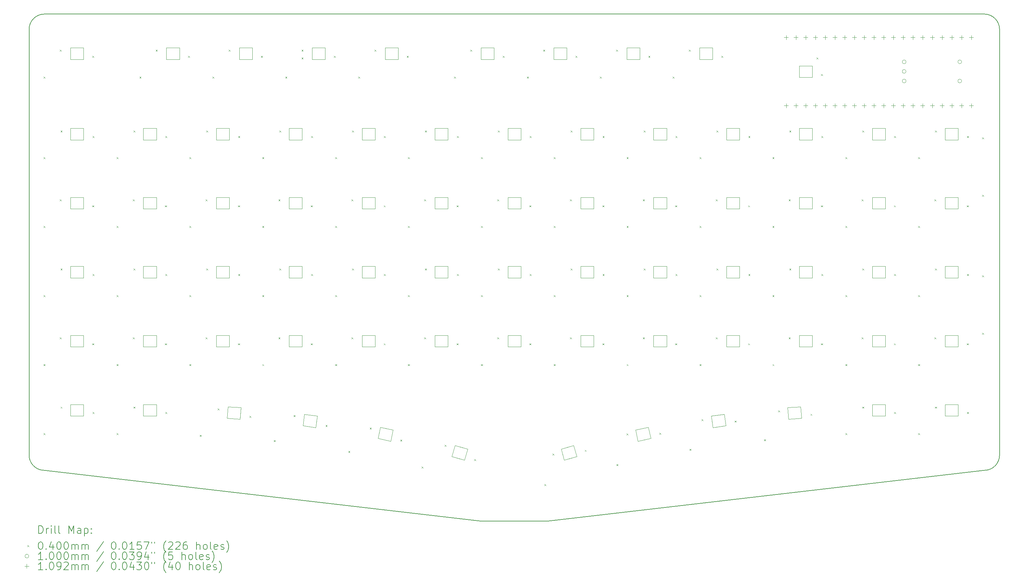
<source format=gbr>
%TF.GenerationSoftware,KiCad,Pcbnew,8.0.4*%
%TF.CreationDate,2024-08-04T16:19:11+02:00*%
%TF.ProjectId,eepyboard,65657079-626f-4617-9264-2e6b69636164,1.0*%
%TF.SameCoordinates,Original*%
%TF.FileFunction,Drillmap*%
%TF.FilePolarity,Positive*%
%FSLAX45Y45*%
G04 Gerber Fmt 4.5, Leading zero omitted, Abs format (unit mm)*
G04 Created by KiCad (PCBNEW 8.0.4) date 2024-08-04 16:19:11*
%MOMM*%
%LPD*%
G01*
G04 APERTURE LIST*
%ADD10C,0.150000*%
%ADD11C,0.120000*%
%ADD12C,0.200000*%
%ADD13C,0.100000*%
%ADD14C,0.109220*%
G04 APERTURE END LIST*
D10*
X34058283Y-15691234D02*
G75*
G02*
X33704343Y-16088572I-400003J4D01*
G01*
X33704343Y-16088573D02*
X22287456Y-17412031D01*
X8758283Y-4591234D02*
G75*
G02*
X9158283Y-4191234I400000J0D01*
G01*
X8758283Y-15691234D02*
X8758283Y-4591234D01*
X20529109Y-17412031D02*
X9112223Y-16088573D01*
X20575169Y-17414691D02*
G75*
G02*
X20529109Y-17412031I1J400091D01*
G01*
X34058282Y-4591234D02*
X34058283Y-15691234D01*
X9112223Y-16088573D02*
G75*
G02*
X8758277Y-15691234I46057J397343D01*
G01*
X33658283Y-4191234D02*
G75*
G02*
X34058276Y-4591234I-3J-399996D01*
G01*
X9158283Y-4191234D02*
X33658283Y-4191234D01*
X22241397Y-17414692D02*
X20575169Y-17414691D01*
X22287456Y-17412031D02*
G75*
G02*
X22241397Y-17414691I-46056J397321D01*
G01*
D11*
X23138283Y-12571234D02*
X23478283Y-12571234D01*
X23138283Y-12871233D02*
X23138283Y-12571234D01*
X23478283Y-12571234D02*
X23478283Y-12871233D01*
X23478283Y-12871233D02*
X23138283Y-12871233D01*
X13638283Y-7171234D02*
X13978283Y-7171234D01*
X13638283Y-7471234D02*
X13638283Y-7171234D01*
X13978283Y-7171234D02*
X13978283Y-7471234D01*
X13978283Y-7471234D02*
X13638283Y-7471234D01*
X26542268Y-14674438D02*
X26878959Y-14627119D01*
X26584020Y-14971518D02*
X26542268Y-14674438D01*
X26878959Y-14627119D02*
X26920711Y-14924200D01*
X26920711Y-14924200D02*
X26584020Y-14971518D01*
X21238283Y-12571234D02*
X21578283Y-12571234D01*
X21238283Y-12871234D02*
X21238283Y-12571234D01*
X21578283Y-12571234D02*
X21578283Y-12871234D01*
X21578283Y-12871234D02*
X21238283Y-12871234D01*
X11738282Y-8971234D02*
X12078283Y-8971234D01*
X11738282Y-9271233D02*
X11738282Y-8971234D01*
X12078283Y-8971234D02*
X12078283Y-9271233D01*
X12078283Y-9271233D02*
X11738282Y-9271233D01*
X9838283Y-12571235D02*
X10178283Y-12571235D01*
X9838283Y-12871234D02*
X9838283Y-12571235D01*
X10178283Y-12571235D02*
X10178283Y-12871234D01*
X10178283Y-12871234D02*
X9838283Y-12871234D01*
X18038283Y-5071234D02*
X18378283Y-5071234D01*
X18038283Y-5371233D02*
X18038283Y-5071234D01*
X18378283Y-5071234D02*
X18378283Y-5371233D01*
X18378283Y-5371233D02*
X18038283Y-5371233D01*
X22627339Y-15530829D02*
X22954168Y-15437112D01*
X22710030Y-15819207D02*
X22627339Y-15530829D01*
X22954168Y-15437112D02*
X23036859Y-15725490D01*
X23036859Y-15725490D02*
X22710030Y-15819207D01*
X11738283Y-14371235D02*
X12078283Y-14371235D01*
X11738283Y-14671234D02*
X11738283Y-14371235D01*
X12078283Y-14371235D02*
X12078283Y-14671234D01*
X12078283Y-14671234D02*
X11738283Y-14671234D01*
X26238283Y-5071235D02*
X26578283Y-5071235D01*
X26238283Y-5371234D02*
X26238283Y-5071235D01*
X26578283Y-5071235D02*
X26578283Y-5371234D01*
X26578283Y-5371234D02*
X26238283Y-5371234D01*
X19338283Y-8971235D02*
X19678283Y-8971235D01*
X19338283Y-9271234D02*
X19338283Y-8971235D01*
X19678283Y-8971235D02*
X19678283Y-9271234D01*
X19678283Y-9271234D02*
X19338283Y-9271234D01*
X24569851Y-15034277D02*
X24902421Y-14963588D01*
X24632224Y-15327722D02*
X24569851Y-15034277D01*
X24902421Y-14963588D02*
X24964794Y-15257032D01*
X24964794Y-15257032D02*
X24632224Y-15327722D01*
X28838282Y-7171234D02*
X29178283Y-7171234D01*
X28838282Y-7471234D02*
X28838282Y-7171234D01*
X29178283Y-7171234D02*
X29178283Y-7471234D01*
X29178283Y-7471234D02*
X28838282Y-7471234D01*
X28838283Y-12571235D02*
X29178283Y-12571235D01*
X28838283Y-12871234D02*
X28838283Y-12571235D01*
X29178283Y-12571235D02*
X29178283Y-12871234D01*
X29178283Y-12871234D02*
X28838283Y-12871234D01*
X17438283Y-12571234D02*
X17778283Y-12571234D01*
X17438283Y-12871234D02*
X17438283Y-12571234D01*
X17778283Y-12571234D02*
X17778283Y-12871234D01*
X17778283Y-12871234D02*
X17438283Y-12871234D01*
X15538283Y-10771234D02*
X15878283Y-10771234D01*
X15538283Y-11071234D02*
X15538283Y-10771234D01*
X15878283Y-10771234D02*
X15878283Y-11071234D01*
X15878283Y-11071234D02*
X15538283Y-11071234D01*
X13638282Y-8971234D02*
X13978282Y-8971234D01*
X13638282Y-9271234D02*
X13638282Y-8971234D01*
X13978282Y-8971234D02*
X13978282Y-9271234D01*
X13978282Y-9271234D02*
X13638282Y-9271234D01*
X19338282Y-10771234D02*
X19678283Y-10771234D01*
X19338282Y-11071234D02*
X19338282Y-10771234D01*
X19678283Y-10771234D02*
X19678283Y-11071234D01*
X19678283Y-11071234D02*
X19338282Y-11071234D01*
X15538283Y-7171234D02*
X15878283Y-7171234D01*
X15538283Y-7471234D02*
X15538283Y-7171234D01*
X15878283Y-7171234D02*
X15878283Y-7471234D01*
X15878283Y-7471234D02*
X15538283Y-7471234D01*
X28838283Y-10771234D02*
X29178283Y-10771234D01*
X28838283Y-11071234D02*
X28838283Y-10771234D01*
X29178283Y-10771234D02*
X29178283Y-11071234D01*
X29178283Y-11071234D02*
X28838283Y-11071234D01*
X25038283Y-12571235D02*
X25378283Y-12571235D01*
X25038283Y-12871234D02*
X25038283Y-12571235D01*
X25378283Y-12571235D02*
X25378283Y-12871234D01*
X25378283Y-12871234D02*
X25038283Y-12871234D01*
X30738283Y-10771234D02*
X31078283Y-10771234D01*
X30738283Y-11071234D02*
X30738283Y-10771234D01*
X31078283Y-10771234D02*
X31078283Y-11071234D01*
X31078283Y-11071234D02*
X30738283Y-11071234D01*
X12338283Y-5071235D02*
X12678283Y-5071235D01*
X12338283Y-5371234D02*
X12338283Y-5071235D01*
X12678283Y-5071235D02*
X12678283Y-5371234D01*
X12678283Y-5371234D02*
X12338283Y-5371234D01*
X24338283Y-5071234D02*
X24678283Y-5071234D01*
X24338283Y-5371234D02*
X24338283Y-5071234D01*
X24678283Y-5071234D02*
X24678283Y-5371234D01*
X24678283Y-5371234D02*
X24338283Y-5371234D01*
X32638283Y-10771234D02*
X32978283Y-10771234D01*
X32638283Y-11071234D02*
X32638283Y-10771234D01*
X32978283Y-10771234D02*
X32978283Y-11071234D01*
X32978283Y-11071234D02*
X32638283Y-11071234D01*
X9838283Y-5071234D02*
X10178283Y-5071234D01*
X9838283Y-5371234D02*
X9838283Y-5071234D01*
X10178283Y-5071234D02*
X10178283Y-5371234D01*
X10178283Y-5371234D02*
X9838283Y-5371234D01*
X19338283Y-12571234D02*
X19678283Y-12571234D01*
X19338283Y-12871234D02*
X19338283Y-12571234D01*
X19678283Y-12571234D02*
X19678283Y-12871234D01*
X19678283Y-12871234D02*
X19338283Y-12871234D01*
X26938282Y-10771234D02*
X27278283Y-10771234D01*
X26938282Y-11071234D02*
X26938282Y-10771234D01*
X27278283Y-10771234D02*
X27278283Y-11071234D01*
X27278283Y-11071234D02*
X26938282Y-11071234D01*
X23138283Y-8971234D02*
X23478283Y-8971234D01*
X23138283Y-9271234D02*
X23138283Y-8971234D01*
X23478283Y-8971234D02*
X23478283Y-9271234D01*
X23478283Y-9271234D02*
X23138283Y-9271234D01*
X21238283Y-7171234D02*
X21578283Y-7171234D01*
X21238283Y-7471233D02*
X21238283Y-7171234D01*
X21578283Y-7171234D02*
X21578283Y-7471233D01*
X21578283Y-7471233D02*
X21238283Y-7471233D01*
X26938282Y-7171234D02*
X27278282Y-7171234D01*
X26938282Y-7471234D02*
X26938282Y-7171234D01*
X27278282Y-7171234D02*
X27278282Y-7471234D01*
X27278282Y-7471234D02*
X26938282Y-7471234D01*
X32638283Y-7171234D02*
X32978283Y-7171234D01*
X32638283Y-7471233D02*
X32638283Y-7171234D01*
X32978283Y-7171234D02*
X32978283Y-7471233D01*
X32978283Y-7471233D02*
X32638283Y-7471233D01*
X17438283Y-8971235D02*
X17778283Y-8971235D01*
X17438283Y-9271234D02*
X17438283Y-8971235D01*
X17778283Y-8971235D02*
X17778283Y-9271234D01*
X17778283Y-9271234D02*
X17438283Y-9271234D01*
X32638283Y-14371235D02*
X32978283Y-14371235D01*
X32638283Y-14671234D02*
X32638283Y-14371235D01*
X32978283Y-14371235D02*
X32978283Y-14671234D01*
X32978283Y-14671234D02*
X32638283Y-14671234D01*
X17438283Y-10771234D02*
X17778283Y-10771234D01*
X17438283Y-11071234D02*
X17438283Y-10771234D01*
X17778283Y-10771234D02*
X17778283Y-11071234D01*
X17778283Y-11071234D02*
X17438283Y-11071234D01*
X11738283Y-7171234D02*
X12078283Y-7171234D01*
X11738283Y-7471233D02*
X11738283Y-7171234D01*
X12078283Y-7171234D02*
X12078283Y-7471233D01*
X12078283Y-7471233D02*
X11738283Y-7471233D01*
X13921486Y-14728616D02*
X13942413Y-14429347D01*
X13942413Y-14429347D02*
X14281584Y-14453065D01*
X14260657Y-14752334D02*
X13921486Y-14728616D01*
X14281584Y-14453065D02*
X14260657Y-14752334D01*
X25038282Y-7171234D02*
X25378283Y-7171234D01*
X25038282Y-7471233D02*
X25038282Y-7171234D01*
X25378283Y-7171234D02*
X25378283Y-7471233D01*
X25378283Y-7471233D02*
X25038282Y-7471233D01*
X13638283Y-12571234D02*
X13978283Y-12571234D01*
X13638283Y-12871234D02*
X13638283Y-12571234D01*
X13978283Y-12571234D02*
X13978283Y-12871234D01*
X13978283Y-12871234D02*
X13638283Y-12871234D01*
X30738283Y-14371235D02*
X31078283Y-14371235D01*
X30738283Y-14671234D02*
X30738283Y-14371235D01*
X31078283Y-14371235D02*
X31078283Y-14671234D01*
X31078283Y-14671234D02*
X30738283Y-14671234D01*
X32638283Y-12571234D02*
X32978283Y-12571234D01*
X32638283Y-12871233D02*
X32638283Y-12571234D01*
X32978283Y-12571234D02*
X32978283Y-12871233D01*
X32978283Y-12871233D02*
X32638283Y-12871233D01*
X14238283Y-5071235D02*
X14578283Y-5071235D01*
X14238283Y-5371234D02*
X14238283Y-5071235D01*
X14578283Y-5071235D02*
X14578283Y-5371234D01*
X14578283Y-5371234D02*
X14238283Y-5371234D01*
X15538282Y-8971234D02*
X15878283Y-8971234D01*
X15538282Y-9271234D02*
X15538282Y-8971234D01*
X15878283Y-8971234D02*
X15878283Y-9271234D01*
X15878283Y-9271234D02*
X15538282Y-9271234D01*
X32638283Y-8971234D02*
X32978283Y-8971234D01*
X32638283Y-9271234D02*
X32638283Y-8971234D01*
X32978283Y-8971234D02*
X32978283Y-9271234D01*
X32978283Y-9271234D02*
X32638283Y-9271234D01*
X21238283Y-10771234D02*
X21578283Y-10771234D01*
X21238283Y-11071234D02*
X21238283Y-10771234D01*
X21578283Y-10771234D02*
X21578283Y-11071234D01*
X21578283Y-11071234D02*
X21238283Y-11071234D01*
X28534981Y-14453064D02*
X28874153Y-14429347D01*
X28555908Y-14752333D02*
X28534981Y-14453064D01*
X28874153Y-14429347D02*
X28895080Y-14728616D01*
X28895080Y-14728616D02*
X28555908Y-14752333D01*
X9838283Y-8971234D02*
X10178283Y-8971234D01*
X9838283Y-9271234D02*
X9838283Y-8971234D01*
X10178283Y-8971234D02*
X10178283Y-9271234D01*
X10178283Y-9271234D02*
X9838283Y-9271234D01*
X19338283Y-7171234D02*
X19678283Y-7171234D01*
X19338283Y-7471234D02*
X19338283Y-7171234D01*
X19678283Y-7171234D02*
X19678283Y-7471234D01*
X19678283Y-7471234D02*
X19338283Y-7471234D01*
X11738282Y-12571234D02*
X12078282Y-12571234D01*
X11738282Y-12871234D02*
X11738282Y-12571234D01*
X12078282Y-12571234D02*
X12078282Y-12871234D01*
X12078282Y-12871234D02*
X11738282Y-12871234D01*
X21238283Y-8971234D02*
X21578283Y-8971234D01*
X21238283Y-9271234D02*
X21238283Y-8971234D01*
X21578283Y-8971234D02*
X21578283Y-9271234D01*
X21578283Y-9271234D02*
X21238283Y-9271234D01*
X20538283Y-5071235D02*
X20878283Y-5071235D01*
X20538283Y-5371234D02*
X20538283Y-5071235D01*
X20878283Y-5071235D02*
X20878283Y-5371234D01*
X20878283Y-5371234D02*
X20538283Y-5371234D01*
X9838283Y-7171234D02*
X10178283Y-7171234D01*
X9838283Y-7471234D02*
X9838283Y-7171234D01*
X10178283Y-7171234D02*
X10178283Y-7471234D01*
X10178283Y-7471234D02*
X9838283Y-7471234D01*
X9838283Y-10771234D02*
X10178283Y-10771234D01*
X9838283Y-11071233D02*
X9838283Y-10771234D01*
X10178283Y-10771234D02*
X10178283Y-11071233D01*
X10178283Y-11071233D02*
X9838283Y-11071233D01*
X26938283Y-8971235D02*
X27278283Y-8971235D01*
X26938283Y-9271234D02*
X26938283Y-8971235D01*
X27278283Y-8971235D02*
X27278283Y-9271234D01*
X27278283Y-9271234D02*
X26938283Y-9271234D01*
X16138283Y-5071234D02*
X16478283Y-5071234D01*
X16138283Y-5371234D02*
X16138283Y-5071234D01*
X16478283Y-5071234D02*
X16478283Y-5371234D01*
X16478283Y-5371234D02*
X16138283Y-5371234D01*
X30738283Y-12571234D02*
X31078283Y-12571234D01*
X30738283Y-12871234D02*
X30738283Y-12571234D01*
X31078283Y-12571234D02*
X31078283Y-12871234D01*
X31078283Y-12871234D02*
X30738283Y-12871234D01*
X25038283Y-10771234D02*
X25378283Y-10771234D01*
X25038283Y-11071233D02*
X25038283Y-10771234D01*
X25378283Y-10771234D02*
X25378283Y-11071233D01*
X25378283Y-11071233D02*
X25038283Y-11071233D01*
X13638283Y-10771234D02*
X13978283Y-10771234D01*
X13638283Y-11071234D02*
X13638283Y-10771234D01*
X13978283Y-10771234D02*
X13978283Y-11071234D01*
X13978283Y-11071234D02*
X13638283Y-11071234D01*
X28838283Y-8971234D02*
X29178283Y-8971234D01*
X28838283Y-9271234D02*
X28838283Y-8971234D01*
X29178283Y-8971234D02*
X29178283Y-9271234D01*
X29178283Y-9271234D02*
X28838283Y-9271234D01*
X19779706Y-15725490D02*
X19862397Y-15437111D01*
X19862397Y-15437111D02*
X20189226Y-15530828D01*
X20106535Y-15819207D02*
X19779706Y-15725490D01*
X20189226Y-15530828D02*
X20106535Y-15819207D01*
X15538283Y-12571234D02*
X15878283Y-12571234D01*
X15538283Y-12871234D02*
X15538283Y-12571234D01*
X15878283Y-12571234D02*
X15878283Y-12871234D01*
X15878283Y-12871234D02*
X15538283Y-12871234D01*
X9838284Y-14371234D02*
X10178284Y-14371234D01*
X9838284Y-14671233D02*
X9838284Y-14371234D01*
X10178284Y-14371234D02*
X10178284Y-14671233D01*
X10178284Y-14671233D02*
X9838284Y-14671233D01*
X23138283Y-7171235D02*
X23478283Y-7171235D01*
X23138283Y-7471234D02*
X23138283Y-7171235D01*
X23478283Y-7171235D02*
X23478283Y-7471234D01*
X23478283Y-7471234D02*
X23138283Y-7471234D01*
X17438283Y-7171233D02*
X17778283Y-7171233D01*
X17438283Y-7471233D02*
X17438283Y-7171233D01*
X17778283Y-7171233D02*
X17778283Y-7471233D01*
X17778283Y-7471233D02*
X17438283Y-7471233D01*
X28838283Y-5541234D02*
X29178283Y-5541234D01*
X28838283Y-5841233D02*
X28838283Y-5541234D01*
X29178283Y-5541234D02*
X29178283Y-5841233D01*
X29178283Y-5841233D02*
X28838283Y-5841233D01*
X30738282Y-7171234D02*
X31078282Y-7171234D01*
X30738282Y-7471234D02*
X30738282Y-7171234D01*
X31078282Y-7171234D02*
X31078282Y-7471234D01*
X31078282Y-7471234D02*
X30738282Y-7471234D01*
X30738283Y-8971234D02*
X31078283Y-8971234D01*
X30738283Y-9271233D02*
X30738283Y-8971234D01*
X31078283Y-8971234D02*
X31078283Y-9271233D01*
X31078283Y-9271233D02*
X30738283Y-9271233D01*
X25038283Y-8971235D02*
X25378283Y-8971235D01*
X25038283Y-9271234D02*
X25038283Y-8971235D01*
X25378283Y-8971235D02*
X25378283Y-9271234D01*
X25378283Y-9271234D02*
X25038283Y-9271234D01*
X23138283Y-10771234D02*
X23478283Y-10771234D01*
X23138283Y-11071233D02*
X23138283Y-10771234D01*
X23478283Y-10771234D02*
X23478283Y-11071233D01*
X23478283Y-11071233D02*
X23138283Y-11071233D01*
X11738283Y-10771235D02*
X12078284Y-10771235D01*
X11738283Y-11071234D02*
X11738283Y-10771235D01*
X12078284Y-10771235D02*
X12078284Y-11071234D01*
X12078284Y-11071234D02*
X11738283Y-11071234D01*
X17851771Y-15257031D02*
X17914145Y-14963587D01*
X17914145Y-14963587D02*
X18246714Y-15034277D01*
X18184341Y-15327721D02*
X17851771Y-15257031D01*
X18246714Y-15034277D02*
X18184341Y-15327721D01*
X22438282Y-5071235D02*
X22778283Y-5071235D01*
X22438282Y-5371234D02*
X22438282Y-5071235D01*
X22778283Y-5071235D02*
X22778283Y-5371234D01*
X22778283Y-5371234D02*
X22438282Y-5371234D01*
X26938283Y-12571235D02*
X27278283Y-12571235D01*
X26938283Y-12871234D02*
X26938283Y-12571235D01*
X27278283Y-12571235D02*
X27278283Y-12871234D01*
X27278283Y-12871234D02*
X26938283Y-12871234D01*
X15895855Y-14924199D02*
X15937606Y-14627119D01*
X15937606Y-14627119D02*
X16274297Y-14674438D01*
X16232546Y-14971518D02*
X15895855Y-14924199D01*
X16274297Y-14674438D02*
X16232546Y-14971518D01*
D12*
D13*
X9138282Y-5821234D02*
X9178282Y-5861234D01*
X9178282Y-5821234D02*
X9138282Y-5861234D01*
X9138282Y-7921234D02*
X9178282Y-7961234D01*
X9178282Y-7921234D02*
X9138282Y-7961234D01*
X9138283Y-13321234D02*
X9178283Y-13361234D01*
X9178283Y-13321234D02*
X9138283Y-13361234D01*
X9138283Y-11521234D02*
X9178283Y-11561234D01*
X9178283Y-11521234D02*
X9138283Y-11561234D01*
X9138283Y-9721234D02*
X9178283Y-9761234D01*
X9178283Y-9721234D02*
X9138283Y-9761234D01*
X9138283Y-15121234D02*
X9178283Y-15161234D01*
X9178283Y-15121234D02*
X9138283Y-15161234D01*
X9561949Y-12623027D02*
X9601949Y-12663027D01*
X9601949Y-12623027D02*
X9561949Y-12663027D01*
X9561949Y-5123027D02*
X9601949Y-5163027D01*
X9601949Y-5123027D02*
X9561949Y-5163027D01*
X9561949Y-9023027D02*
X9601949Y-9063027D01*
X9601949Y-9023027D02*
X9561949Y-9063027D01*
X9580000Y-7230000D02*
X9620000Y-7270000D01*
X9620000Y-7230000D02*
X9580000Y-7270000D01*
X9580000Y-10830000D02*
X9620000Y-10870000D01*
X9620000Y-10830000D02*
X9580000Y-10870000D01*
X9580000Y-14430000D02*
X9620000Y-14470000D01*
X9620000Y-14430000D02*
X9580000Y-14470000D01*
X10405000Y-5280000D02*
X10445000Y-5320000D01*
X10445000Y-5280000D02*
X10405000Y-5320000D01*
X10405000Y-9180000D02*
X10445000Y-9220000D01*
X10445000Y-9180000D02*
X10405000Y-9220000D01*
X10405000Y-12780000D02*
X10445000Y-12820000D01*
X10445000Y-12780000D02*
X10405000Y-12820000D01*
X10411949Y-7373027D02*
X10451949Y-7413027D01*
X10451949Y-7373027D02*
X10411949Y-7413027D01*
X10411949Y-10973027D02*
X10451949Y-11013027D01*
X10451949Y-10973027D02*
X10411949Y-11013027D01*
X10411949Y-14573027D02*
X10451949Y-14613027D01*
X10451949Y-14573027D02*
X10411949Y-14613027D01*
X11038283Y-13321234D02*
X11078283Y-13361234D01*
X11078283Y-13321234D02*
X11038283Y-13361234D01*
X11038283Y-7921234D02*
X11078283Y-7961234D01*
X11078283Y-7921234D02*
X11038283Y-7961234D01*
X11038283Y-11521234D02*
X11078283Y-11561234D01*
X11078283Y-11521234D02*
X11038283Y-11561234D01*
X11038283Y-15121234D02*
X11078283Y-15161234D01*
X11078283Y-15121234D02*
X11038283Y-15161234D01*
X11038283Y-9721234D02*
X11078283Y-9761234D01*
X11078283Y-9721234D02*
X11038283Y-9761234D01*
X11461948Y-9023027D02*
X11501948Y-9063027D01*
X11501948Y-9023027D02*
X11461948Y-9063027D01*
X11461949Y-12623027D02*
X11501949Y-12663027D01*
X11501949Y-12623027D02*
X11461949Y-12663027D01*
X11480000Y-7230000D02*
X11520000Y-7270000D01*
X11520000Y-7230000D02*
X11480000Y-7270000D01*
X11480000Y-10830000D02*
X11520000Y-10870000D01*
X11520000Y-10830000D02*
X11480000Y-10870000D01*
X11480000Y-14430000D02*
X11520000Y-14470000D01*
X11520000Y-14430000D02*
X11480000Y-14470000D01*
X11638283Y-5821234D02*
X11678283Y-5861234D01*
X11678283Y-5821234D02*
X11638283Y-5861234D01*
X12061948Y-5123027D02*
X12101948Y-5163027D01*
X12101948Y-5123027D02*
X12061948Y-5163027D01*
X12305000Y-9180000D02*
X12345000Y-9220000D01*
X12345000Y-9180000D02*
X12305000Y-9220000D01*
X12305000Y-12780000D02*
X12345000Y-12820000D01*
X12345000Y-12780000D02*
X12305000Y-12820000D01*
X12311949Y-7373027D02*
X12351949Y-7413027D01*
X12351949Y-7373027D02*
X12311949Y-7413027D01*
X12311949Y-10973027D02*
X12351949Y-11013027D01*
X12351949Y-10973027D02*
X12311949Y-11013027D01*
X12311949Y-14573027D02*
X12351949Y-14613027D01*
X12351949Y-14573027D02*
X12311949Y-14613027D01*
X12905000Y-5280000D02*
X12945000Y-5320000D01*
X12945000Y-5280000D02*
X12905000Y-5320000D01*
X12938283Y-11521234D02*
X12978283Y-11561234D01*
X12978283Y-11521234D02*
X12938283Y-11561234D01*
X12938283Y-7921234D02*
X12978283Y-7961234D01*
X12978283Y-7921234D02*
X12938283Y-7961234D01*
X12938283Y-9721234D02*
X12978283Y-9761234D01*
X12978283Y-9721234D02*
X12938283Y-9761234D01*
X12938283Y-13321234D02*
X12978283Y-13361234D01*
X12978283Y-13321234D02*
X12938283Y-13361234D01*
X13206022Y-15166884D02*
X13246022Y-15206884D01*
X13246022Y-15166884D02*
X13206022Y-15206884D01*
X13361949Y-9023027D02*
X13401949Y-9063027D01*
X13401949Y-9023027D02*
X13361949Y-9063027D01*
X13361949Y-12623027D02*
X13401949Y-12663027D01*
X13401949Y-12623027D02*
X13361949Y-12663027D01*
X13380000Y-7230000D02*
X13420000Y-7270000D01*
X13420000Y-7230000D02*
X13380000Y-7270000D01*
X13380000Y-10830000D02*
X13420000Y-10870000D01*
X13420000Y-10830000D02*
X13380000Y-10870000D01*
X13538283Y-5821234D02*
X13578283Y-5861234D01*
X13578283Y-5821234D02*
X13538283Y-5861234D01*
X13674817Y-14478388D02*
X13714817Y-14518388D01*
X13714817Y-14478388D02*
X13674817Y-14518388D01*
X13961949Y-5123027D02*
X14001949Y-5163027D01*
X14001949Y-5123027D02*
X13961949Y-5163027D01*
X14205000Y-9180000D02*
X14245000Y-9220000D01*
X14245000Y-9180000D02*
X14205000Y-9220000D01*
X14205000Y-12780000D02*
X14245000Y-12820000D01*
X14245000Y-12780000D02*
X14205000Y-12820000D01*
X14211949Y-10973027D02*
X14251949Y-11013027D01*
X14251949Y-10973027D02*
X14211949Y-11013027D01*
X14211949Y-7373027D02*
X14251949Y-7413027D01*
X14251949Y-7373027D02*
X14211949Y-7413027D01*
X14505951Y-14672516D02*
X14545951Y-14712516D01*
X14545951Y-14672516D02*
X14505951Y-14712516D01*
X14805000Y-5280000D02*
X14845000Y-5320000D01*
X14845000Y-5280000D02*
X14805000Y-5320000D01*
X14838283Y-9721234D02*
X14878283Y-9761234D01*
X14878283Y-9721234D02*
X14838283Y-9761234D01*
X14838283Y-11521234D02*
X14878283Y-11561234D01*
X14878283Y-11521234D02*
X14838283Y-11561234D01*
X14838283Y-7921234D02*
X14878283Y-7961234D01*
X14878283Y-7921234D02*
X14838283Y-7961234D01*
X14838283Y-13321234D02*
X14878283Y-13361234D01*
X14878283Y-13321234D02*
X14838283Y-13361234D01*
X15139183Y-15301543D02*
X15179183Y-15341543D01*
X15179183Y-15301543D02*
X15139183Y-15341543D01*
X15261948Y-9023027D02*
X15301948Y-9063027D01*
X15301948Y-9023027D02*
X15261948Y-9063027D01*
X15261949Y-12623027D02*
X15301949Y-12663027D01*
X15301949Y-12623027D02*
X15261949Y-12663027D01*
X15280000Y-7230000D02*
X15320000Y-7270000D01*
X15320000Y-7230000D02*
X15280000Y-7270000D01*
X15280000Y-10830000D02*
X15320000Y-10870000D01*
X15320000Y-10830000D02*
X15280000Y-10870000D01*
X15438283Y-5821234D02*
X15478283Y-5861234D01*
X15478283Y-5821234D02*
X15438283Y-5861234D01*
X15653999Y-14649720D02*
X15693999Y-14689720D01*
X15693999Y-14649720D02*
X15653999Y-14689720D01*
X15861948Y-5323027D02*
X15901948Y-5363027D01*
X15901948Y-5323027D02*
X15861948Y-5363027D01*
X15861948Y-5123027D02*
X15901948Y-5163027D01*
X15901948Y-5123027D02*
X15861948Y-5163027D01*
X16105000Y-9180000D02*
X16145000Y-9220000D01*
X16145000Y-9180000D02*
X16105000Y-9220000D01*
X16105000Y-12780000D02*
X16145000Y-12820000D01*
X16145000Y-12780000D02*
X16105000Y-12820000D01*
X16111949Y-7373027D02*
X16151949Y-7413027D01*
X16151949Y-7373027D02*
X16111949Y-7413027D01*
X16111949Y-10973027D02*
X16151949Y-11013027D01*
X16151949Y-10973027D02*
X16111949Y-11013027D01*
X16488845Y-14911744D02*
X16528845Y-14951744D01*
X16528845Y-14911744D02*
X16488845Y-14951744D01*
X16705000Y-5280000D02*
X16745000Y-5320000D01*
X16745000Y-5280000D02*
X16705000Y-5320000D01*
X16738283Y-7921234D02*
X16778283Y-7961234D01*
X16778283Y-7921234D02*
X16738283Y-7961234D01*
X16738283Y-9721234D02*
X16778283Y-9761234D01*
X16778283Y-9721234D02*
X16738283Y-9761234D01*
X16738283Y-11521234D02*
X16778283Y-11561234D01*
X16778283Y-11521234D02*
X16738283Y-11561234D01*
X16738283Y-13321234D02*
X16778283Y-13361234D01*
X16778283Y-13321234D02*
X16738283Y-13361234D01*
X17082963Y-15587649D02*
X17122963Y-15627649D01*
X17122963Y-15587649D02*
X17082963Y-15627649D01*
X17161949Y-9023027D02*
X17201949Y-9063027D01*
X17201949Y-9023027D02*
X17161949Y-9063027D01*
X17161949Y-12623027D02*
X17201949Y-12663027D01*
X17201949Y-12623027D02*
X17161949Y-12663027D01*
X17180000Y-7230000D02*
X17220000Y-7270000D01*
X17220000Y-7230000D02*
X17180000Y-7270000D01*
X17180000Y-10830000D02*
X17220000Y-10870000D01*
X17220000Y-10830000D02*
X17180000Y-10870000D01*
X17338283Y-5821234D02*
X17378283Y-5861234D01*
X17378283Y-5821234D02*
X17338283Y-5861234D01*
X17641129Y-14975620D02*
X17681129Y-15015620D01*
X17681129Y-14975620D02*
X17641129Y-15015620D01*
X17761949Y-5123027D02*
X17801949Y-5163027D01*
X17801949Y-5123027D02*
X17761949Y-5163027D01*
X18005000Y-9180000D02*
X18045000Y-9220000D01*
X18045000Y-9180000D02*
X18005000Y-9220000D01*
X18005000Y-12780000D02*
X18045000Y-12820000D01*
X18045000Y-12780000D02*
X18005000Y-12820000D01*
X18011949Y-10973027D02*
X18051949Y-11013027D01*
X18051949Y-10973027D02*
X18011949Y-11013027D01*
X18011949Y-7373027D02*
X18051949Y-7413027D01*
X18051949Y-7373027D02*
X18011949Y-7413027D01*
X18436966Y-15288788D02*
X18476966Y-15328788D01*
X18476966Y-15288788D02*
X18436966Y-15328788D01*
X18605000Y-5280000D02*
X18645000Y-5320000D01*
X18645000Y-5280000D02*
X18605000Y-5320000D01*
X18638283Y-7921234D02*
X18678283Y-7961234D01*
X18678283Y-7921234D02*
X18638283Y-7961234D01*
X18638283Y-11521233D02*
X18678283Y-11561233D01*
X18678283Y-11521233D02*
X18638283Y-11561233D01*
X18638283Y-13321234D02*
X18678283Y-13361234D01*
X18678283Y-13321234D02*
X18638283Y-13361234D01*
X18638283Y-9721234D02*
X18678283Y-9761234D01*
X18678283Y-9721234D02*
X18638283Y-9761234D01*
X18993674Y-15995361D02*
X19033674Y-16035361D01*
X19033674Y-15995361D02*
X18993674Y-16035361D01*
X19061949Y-9023027D02*
X19101949Y-9063027D01*
X19101949Y-9023027D02*
X19061949Y-9063027D01*
X19061949Y-12623027D02*
X19101949Y-12663027D01*
X19101949Y-12623027D02*
X19061949Y-12663027D01*
X19080000Y-7230000D02*
X19120000Y-7270000D01*
X19120000Y-7230000D02*
X19080000Y-7270000D01*
X19080000Y-10830000D02*
X19120000Y-10870000D01*
X19120000Y-10830000D02*
X19080000Y-10870000D01*
X19592309Y-15426053D02*
X19632309Y-15466053D01*
X19632309Y-15426053D02*
X19592309Y-15466053D01*
X19838283Y-5821234D02*
X19878283Y-5861234D01*
X19878283Y-5821234D02*
X19838283Y-5861234D01*
X19905000Y-9180000D02*
X19945000Y-9220000D01*
X19945000Y-9180000D02*
X19905000Y-9220000D01*
X19905000Y-12780000D02*
X19945000Y-12820000D01*
X19945000Y-12780000D02*
X19905000Y-12820000D01*
X19911948Y-7373027D02*
X19951948Y-7413027D01*
X19951948Y-7373027D02*
X19911948Y-7413027D01*
X19911949Y-10973027D02*
X19951949Y-11013027D01*
X19951949Y-10973027D02*
X19911949Y-11013027D01*
X20261949Y-5123027D02*
X20301949Y-5163027D01*
X20301949Y-5123027D02*
X20261949Y-5163027D01*
X20363847Y-15796486D02*
X20403847Y-15836486D01*
X20403847Y-15796486D02*
X20363847Y-15836486D01*
X20538282Y-11521234D02*
X20578282Y-11561234D01*
X20578282Y-11521234D02*
X20538282Y-11561234D01*
X20538282Y-13321234D02*
X20578282Y-13361234D01*
X20578282Y-13321234D02*
X20538282Y-13361234D01*
X20538283Y-7921234D02*
X20578283Y-7961234D01*
X20578283Y-7921234D02*
X20538283Y-7961234D01*
X20538283Y-9721234D02*
X20578283Y-9761234D01*
X20578283Y-9721234D02*
X20538283Y-9761234D01*
X20961949Y-12623027D02*
X21001949Y-12663027D01*
X21001949Y-12623027D02*
X20961949Y-12663027D01*
X20961949Y-9023027D02*
X21001949Y-9063027D01*
X21001949Y-9023027D02*
X20961949Y-9063027D01*
X20980000Y-7230000D02*
X21020000Y-7270000D01*
X21020000Y-7230000D02*
X20980000Y-7270000D01*
X20980000Y-10830000D02*
X21020000Y-10870000D01*
X21020000Y-10830000D02*
X20980000Y-10870000D01*
X21105000Y-5280000D02*
X21145000Y-5320000D01*
X21145000Y-5280000D02*
X21105000Y-5320000D01*
X21738283Y-5821234D02*
X21778283Y-5861234D01*
X21778283Y-5821234D02*
X21738283Y-5861234D01*
X21805000Y-9180000D02*
X21845000Y-9220000D01*
X21845000Y-9180000D02*
X21805000Y-9220000D01*
X21805000Y-12780000D02*
X21845000Y-12820000D01*
X21845000Y-12780000D02*
X21805000Y-12820000D01*
X21811949Y-7373027D02*
X21851949Y-7413027D01*
X21851949Y-7373027D02*
X21811949Y-7413027D01*
X21811949Y-10973027D02*
X21851949Y-11013027D01*
X21851949Y-10973027D02*
X21811949Y-11013027D01*
X22161949Y-5123027D02*
X22201949Y-5163027D01*
X22201949Y-5123027D02*
X22161949Y-5163027D01*
X22190996Y-16447833D02*
X22230996Y-16487833D01*
X22230996Y-16447833D02*
X22190996Y-16487833D01*
X22403636Y-15656813D02*
X22443636Y-15696813D01*
X22443636Y-15656813D02*
X22403636Y-15696813D01*
X22438283Y-9721234D02*
X22478283Y-9761234D01*
X22478283Y-9721234D02*
X22438283Y-9761234D01*
X22438283Y-11521234D02*
X22478283Y-11561234D01*
X22478283Y-11521234D02*
X22438283Y-11561234D01*
X22438283Y-13321234D02*
X22478283Y-13361234D01*
X22478283Y-13321234D02*
X22438283Y-13361234D01*
X22438283Y-7921234D02*
X22478283Y-7961234D01*
X22478283Y-7921234D02*
X22438283Y-7961234D01*
X22861948Y-9023027D02*
X22901948Y-9063027D01*
X22901948Y-9023027D02*
X22861948Y-9063027D01*
X22861948Y-12623027D02*
X22901948Y-12663027D01*
X22901948Y-12623027D02*
X22861948Y-12663027D01*
X22880000Y-7230000D02*
X22920000Y-7270000D01*
X22920000Y-7230000D02*
X22880000Y-7270000D01*
X22880000Y-10830000D02*
X22920000Y-10870000D01*
X22920000Y-10830000D02*
X22880000Y-10870000D01*
X23005000Y-5280000D02*
X23045000Y-5320000D01*
X23045000Y-5280000D02*
X23005000Y-5320000D01*
X23246451Y-15557417D02*
X23286451Y-15597417D01*
X23286451Y-15557417D02*
X23246451Y-15597417D01*
X23638283Y-5821234D02*
X23678283Y-5861234D01*
X23678283Y-5821234D02*
X23638283Y-5861234D01*
X23705000Y-9180000D02*
X23745000Y-9220000D01*
X23745000Y-9180000D02*
X23705000Y-9220000D01*
X23705000Y-12780000D02*
X23745000Y-12820000D01*
X23745000Y-12780000D02*
X23705000Y-12820000D01*
X23711948Y-10973027D02*
X23751948Y-11013027D01*
X23751948Y-10973027D02*
X23711948Y-11013027D01*
X23711949Y-7373027D02*
X23751949Y-7413027D01*
X23751949Y-7373027D02*
X23711949Y-7413027D01*
X24061949Y-5123027D02*
X24101949Y-5163027D01*
X24101949Y-5123027D02*
X24061949Y-5163027D01*
X24074022Y-15927973D02*
X24114022Y-15967973D01*
X24114022Y-15927973D02*
X24074022Y-15967973D01*
X24335260Y-15131553D02*
X24375260Y-15171553D01*
X24375260Y-15131553D02*
X24335260Y-15171553D01*
X24338282Y-9721234D02*
X24378282Y-9761234D01*
X24378282Y-9721234D02*
X24338282Y-9761234D01*
X24338283Y-7921234D02*
X24378283Y-7961234D01*
X24378283Y-7921234D02*
X24338283Y-7961234D01*
X24338283Y-11521234D02*
X24378283Y-11561234D01*
X24378283Y-11521234D02*
X24338283Y-11561234D01*
X24338283Y-13321234D02*
X24378283Y-13361234D01*
X24378283Y-13321234D02*
X24338283Y-13361234D01*
X24761948Y-9023027D02*
X24801948Y-9063027D01*
X24801948Y-9023027D02*
X24761948Y-9063027D01*
X24761948Y-12623027D02*
X24801948Y-12663027D01*
X24801948Y-12623027D02*
X24761948Y-12663027D01*
X24780000Y-7230000D02*
X24820000Y-7270000D01*
X24820000Y-7230000D02*
X24780000Y-7270000D01*
X24780000Y-10830000D02*
X24820000Y-10870000D01*
X24820000Y-10830000D02*
X24780000Y-10870000D01*
X24905000Y-5280000D02*
X24945000Y-5320000D01*
X24945000Y-5280000D02*
X24905000Y-5320000D01*
X25186428Y-15110381D02*
X25226428Y-15150381D01*
X25226428Y-15110381D02*
X25186428Y-15150381D01*
X25538283Y-5821234D02*
X25578283Y-5861234D01*
X25578283Y-5821234D02*
X25538283Y-5861234D01*
X25605000Y-9180000D02*
X25645000Y-9220000D01*
X25645000Y-9180000D02*
X25605000Y-9220000D01*
X25605000Y-12780000D02*
X25645000Y-12820000D01*
X25645000Y-12780000D02*
X25605000Y-12820000D01*
X25611948Y-7373027D02*
X25651948Y-7413027D01*
X25651948Y-7373027D02*
X25611948Y-7413027D01*
X25611949Y-10973027D02*
X25651949Y-11013027D01*
X25651949Y-10973027D02*
X25611949Y-11013027D01*
X25961948Y-5123027D02*
X26001948Y-5163027D01*
X26001948Y-5123027D02*
X25961948Y-5163027D01*
X25973251Y-15531541D02*
X26013251Y-15571541D01*
X26013251Y-15531541D02*
X25973251Y-15571541D01*
X26238282Y-13321234D02*
X26278282Y-13361234D01*
X26278282Y-13321234D02*
X26238282Y-13361234D01*
X26238283Y-7921234D02*
X26278283Y-7961234D01*
X26278283Y-7921234D02*
X26238283Y-7961234D01*
X26238283Y-9721234D02*
X26278283Y-9761234D01*
X26278283Y-9721234D02*
X26238283Y-9761234D01*
X26238283Y-11521234D02*
X26278283Y-11561234D01*
X26278283Y-11521234D02*
X26238283Y-11561234D01*
X26288544Y-14757580D02*
X26328544Y-14797580D01*
X26328544Y-14757580D02*
X26288544Y-14797580D01*
X26661948Y-12623027D02*
X26701948Y-12663027D01*
X26701948Y-12623027D02*
X26661948Y-12663027D01*
X26661949Y-9023027D02*
X26701949Y-9063027D01*
X26701949Y-9023027D02*
X26661949Y-9063027D01*
X26680000Y-7230000D02*
X26720000Y-7270000D01*
X26720000Y-7230000D02*
X26680000Y-7270000D01*
X26680000Y-10830000D02*
X26720000Y-10870000D01*
X26720000Y-10830000D02*
X26680000Y-10870000D01*
X26805000Y-5280000D02*
X26845000Y-5320000D01*
X26845000Y-5280000D02*
X26805000Y-5320000D01*
X27153284Y-14793372D02*
X27193284Y-14833372D01*
X27193284Y-14793372D02*
X27153284Y-14833372D01*
X27505000Y-9180000D02*
X27545000Y-9220000D01*
X27545000Y-9180000D02*
X27505000Y-9220000D01*
X27505000Y-12780000D02*
X27545000Y-12820000D01*
X27545000Y-12780000D02*
X27505000Y-12820000D01*
X27511948Y-7373027D02*
X27551948Y-7413027D01*
X27551948Y-7373027D02*
X27511948Y-7413027D01*
X27511949Y-10973027D02*
X27551949Y-11013027D01*
X27551949Y-10973027D02*
X27511949Y-11013027D01*
X27919361Y-15278494D02*
X27959361Y-15318494D01*
X27959361Y-15278494D02*
X27919361Y-15318494D01*
X28138283Y-9721235D02*
X28178283Y-9761235D01*
X28178283Y-9721235D02*
X28138283Y-9761235D01*
X28138283Y-13321234D02*
X28178283Y-13361234D01*
X28178283Y-13321234D02*
X28138283Y-13361234D01*
X28138283Y-7921234D02*
X28178283Y-7961234D01*
X28178283Y-7921234D02*
X28138283Y-7961234D01*
X28138283Y-11521234D02*
X28178283Y-11561234D01*
X28178283Y-11521234D02*
X28138283Y-11561234D01*
X28287010Y-14530706D02*
X28327010Y-14570706D01*
X28327010Y-14530706D02*
X28287010Y-14570706D01*
X28561948Y-9023027D02*
X28601948Y-9063027D01*
X28601948Y-9023027D02*
X28561948Y-9063027D01*
X28561949Y-12623027D02*
X28601949Y-12663027D01*
X28601949Y-12623027D02*
X28561949Y-12663027D01*
X28580000Y-7230000D02*
X28620000Y-7270000D01*
X28620000Y-7230000D02*
X28580000Y-7270000D01*
X28580000Y-10830000D02*
X28620000Y-10870000D01*
X28620000Y-10830000D02*
X28580000Y-10870000D01*
X29130800Y-14617430D02*
X29170800Y-14657430D01*
X29170800Y-14617430D02*
X29130800Y-14657430D01*
X29286949Y-5323027D02*
X29326949Y-5363027D01*
X29326949Y-5323027D02*
X29286949Y-5363027D01*
X29405000Y-5755000D02*
X29445000Y-5795000D01*
X29445000Y-5755000D02*
X29405000Y-5795000D01*
X29405000Y-12780000D02*
X29445000Y-12820000D01*
X29445000Y-12780000D02*
X29405000Y-12820000D01*
X29405000Y-9180000D02*
X29445000Y-9220000D01*
X29445000Y-9180000D02*
X29405000Y-9220000D01*
X29411948Y-10973027D02*
X29451948Y-11013027D01*
X29451948Y-10973027D02*
X29411948Y-11013027D01*
X29411948Y-7373027D02*
X29451948Y-7413027D01*
X29451948Y-7373027D02*
X29411948Y-7413027D01*
X30038282Y-9721234D02*
X30078282Y-9761234D01*
X30078282Y-9721234D02*
X30038282Y-9761234D01*
X30038283Y-13321234D02*
X30078283Y-13361234D01*
X30078283Y-13321234D02*
X30038283Y-13361234D01*
X30038283Y-15121234D02*
X30078283Y-15161234D01*
X30078283Y-15121234D02*
X30038283Y-15161234D01*
X30038283Y-7921234D02*
X30078283Y-7961234D01*
X30078283Y-7921234D02*
X30038283Y-7961234D01*
X30038283Y-11521234D02*
X30078283Y-11561234D01*
X30078283Y-11521234D02*
X30038283Y-11561234D01*
X30461949Y-9023027D02*
X30501949Y-9063027D01*
X30501949Y-9023027D02*
X30461949Y-9063027D01*
X30461949Y-12623027D02*
X30501949Y-12663027D01*
X30501949Y-12623027D02*
X30461949Y-12663027D01*
X30480000Y-7230000D02*
X30520000Y-7270000D01*
X30520000Y-7230000D02*
X30480000Y-7270000D01*
X30480000Y-10830000D02*
X30520000Y-10870000D01*
X30520000Y-10830000D02*
X30480000Y-10870000D01*
X30480000Y-14430000D02*
X30520000Y-14470000D01*
X30520000Y-14430000D02*
X30480000Y-14470000D01*
X31305000Y-9180000D02*
X31345000Y-9220000D01*
X31345000Y-9180000D02*
X31305000Y-9220000D01*
X31305000Y-12780000D02*
X31345000Y-12820000D01*
X31345000Y-12780000D02*
X31305000Y-12820000D01*
X31311948Y-14573027D02*
X31351948Y-14613027D01*
X31351948Y-14573027D02*
X31311948Y-14613027D01*
X31311949Y-7373027D02*
X31351949Y-7413027D01*
X31351949Y-7373027D02*
X31311949Y-7413027D01*
X31311949Y-10973027D02*
X31351949Y-11013027D01*
X31351949Y-10973027D02*
X31311949Y-11013027D01*
X31938282Y-11521234D02*
X31978282Y-11561234D01*
X31978282Y-11521234D02*
X31938282Y-11561234D01*
X31938283Y-15121234D02*
X31978283Y-15161234D01*
X31978283Y-15121234D02*
X31938283Y-15161234D01*
X31938283Y-9721234D02*
X31978283Y-9761234D01*
X31978283Y-9721234D02*
X31938283Y-9761234D01*
X31938283Y-13321234D02*
X31978283Y-13361234D01*
X31978283Y-13321234D02*
X31938283Y-13361234D01*
X31938283Y-7921234D02*
X31978283Y-7961234D01*
X31978283Y-7921234D02*
X31938283Y-7961234D01*
X32361948Y-12623027D02*
X32401948Y-12663027D01*
X32401948Y-12623027D02*
X32361948Y-12663027D01*
X32361949Y-9023027D02*
X32401949Y-9063027D01*
X32401949Y-9023027D02*
X32361949Y-9063027D01*
X32380000Y-7230000D02*
X32420000Y-7270000D01*
X32420000Y-7230000D02*
X32380000Y-7270000D01*
X32380000Y-10830000D02*
X32420000Y-10870000D01*
X32420000Y-10830000D02*
X32380000Y-10870000D01*
X32380000Y-14430000D02*
X32420000Y-14470000D01*
X32420000Y-14430000D02*
X32380000Y-14470000D01*
X33205000Y-9180000D02*
X33245000Y-9220000D01*
X33245000Y-9180000D02*
X33205000Y-9220000D01*
X33205000Y-12780000D02*
X33245000Y-12820000D01*
X33245000Y-12780000D02*
X33205000Y-12820000D01*
X33211948Y-14573027D02*
X33251948Y-14613027D01*
X33251948Y-14573027D02*
X33211948Y-14613027D01*
X33211949Y-7373027D02*
X33251949Y-7413027D01*
X33251949Y-7373027D02*
X33211949Y-7413027D01*
X33211949Y-10973027D02*
X33251949Y-11013027D01*
X33251949Y-10973027D02*
X33211949Y-11013027D01*
X33605000Y-7405000D02*
X33645000Y-7445000D01*
X33645000Y-7405000D02*
X33605000Y-7445000D01*
X33605000Y-8905000D02*
X33645000Y-8945000D01*
X33645000Y-8905000D02*
X33605000Y-8945000D01*
X33605000Y-11005000D02*
X33645000Y-11045000D01*
X33645000Y-11005000D02*
X33605000Y-11045000D01*
X33605000Y-12505000D02*
X33645000Y-12545000D01*
X33645000Y-12505000D02*
X33605000Y-12545000D01*
X31621283Y-5437234D02*
G75*
G02*
X31521283Y-5437234I-50000J0D01*
G01*
X31521283Y-5437234D02*
G75*
G02*
X31621283Y-5437234I50000J0D01*
G01*
X31621283Y-5937234D02*
G75*
G02*
X31521283Y-5937234I-50000J0D01*
G01*
X31521283Y-5937234D02*
G75*
G02*
X31621283Y-5937234I50000J0D01*
G01*
X31621283Y-5687234D02*
G75*
G02*
X31521283Y-5687234I-50000J0D01*
G01*
X31521283Y-5687234D02*
G75*
G02*
X31621283Y-5687234I50000J0D01*
G01*
X33071283Y-5437234D02*
G75*
G02*
X32971283Y-5437234I-50000J0D01*
G01*
X32971283Y-5437234D02*
G75*
G02*
X33071283Y-5437234I50000J0D01*
G01*
X33071283Y-5937234D02*
G75*
G02*
X32971283Y-5937234I-50000J0D01*
G01*
X32971283Y-5937234D02*
G75*
G02*
X33071283Y-5937234I50000J0D01*
G01*
D14*
X28495283Y-4747624D02*
X28495283Y-4856844D01*
X28440673Y-4802234D02*
X28549893Y-4802234D01*
X28495283Y-6525624D02*
X28495283Y-6634844D01*
X28440673Y-6580234D02*
X28549893Y-6580234D01*
X28749283Y-4747624D02*
X28749283Y-4856844D01*
X28694673Y-4802234D02*
X28803893Y-4802234D01*
X28749283Y-6525624D02*
X28749283Y-6634844D01*
X28694673Y-6580234D02*
X28803893Y-6580234D01*
X29003283Y-4747624D02*
X29003283Y-4856844D01*
X28948673Y-4802234D02*
X29057893Y-4802234D01*
X29003283Y-6525624D02*
X29003283Y-6634844D01*
X28948673Y-6580234D02*
X29057893Y-6580234D01*
X29257283Y-4747624D02*
X29257283Y-4856844D01*
X29202673Y-4802234D02*
X29311893Y-4802234D01*
X29257283Y-6525624D02*
X29257283Y-6634844D01*
X29202673Y-6580234D02*
X29311893Y-6580234D01*
X29511283Y-4747624D02*
X29511283Y-4856844D01*
X29456673Y-4802234D02*
X29565893Y-4802234D01*
X29511283Y-6525624D02*
X29511283Y-6634844D01*
X29456673Y-6580234D02*
X29565893Y-6580234D01*
X29765283Y-4747624D02*
X29765283Y-4856844D01*
X29710673Y-4802234D02*
X29819893Y-4802234D01*
X29765283Y-6525624D02*
X29765283Y-6634844D01*
X29710673Y-6580234D02*
X29819893Y-6580234D01*
X30019283Y-4747624D02*
X30019283Y-4856844D01*
X29964673Y-4802234D02*
X30073893Y-4802234D01*
X30019283Y-6525624D02*
X30019283Y-6634844D01*
X29964673Y-6580234D02*
X30073893Y-6580234D01*
X30273283Y-4747624D02*
X30273283Y-4856844D01*
X30218673Y-4802234D02*
X30327893Y-4802234D01*
X30273283Y-6525624D02*
X30273283Y-6634844D01*
X30218673Y-6580234D02*
X30327893Y-6580234D01*
X30527283Y-4747624D02*
X30527283Y-4856844D01*
X30472673Y-4802234D02*
X30581893Y-4802234D01*
X30527283Y-6525624D02*
X30527283Y-6634844D01*
X30472673Y-6580234D02*
X30581893Y-6580234D01*
X30781283Y-4747624D02*
X30781283Y-4856844D01*
X30726673Y-4802234D02*
X30835893Y-4802234D01*
X30781283Y-6525624D02*
X30781283Y-6634844D01*
X30726673Y-6580234D02*
X30835893Y-6580234D01*
X31035283Y-4747624D02*
X31035283Y-4856844D01*
X30980673Y-4802234D02*
X31089893Y-4802234D01*
X31035283Y-6525624D02*
X31035283Y-6634844D01*
X30980673Y-6580234D02*
X31089893Y-6580234D01*
X31289283Y-4747624D02*
X31289283Y-4856844D01*
X31234673Y-4802234D02*
X31343893Y-4802234D01*
X31289283Y-6525624D02*
X31289283Y-6634844D01*
X31234673Y-6580234D02*
X31343893Y-6580234D01*
X31543283Y-4747624D02*
X31543283Y-4856844D01*
X31488673Y-4802234D02*
X31597893Y-4802234D01*
X31543283Y-6525624D02*
X31543283Y-6634844D01*
X31488673Y-6580234D02*
X31597893Y-6580234D01*
X31797283Y-4747624D02*
X31797283Y-4856844D01*
X31742673Y-4802234D02*
X31851893Y-4802234D01*
X31797283Y-6525624D02*
X31797283Y-6634844D01*
X31742673Y-6580234D02*
X31851893Y-6580234D01*
X32051282Y-4747624D02*
X32051282Y-4856844D01*
X31996672Y-4802234D02*
X32105892Y-4802234D01*
X32051283Y-6525624D02*
X32051283Y-6634844D01*
X31996673Y-6580234D02*
X32105893Y-6580234D01*
X32305283Y-4747624D02*
X32305283Y-4856844D01*
X32250673Y-4802234D02*
X32359893Y-4802234D01*
X32305283Y-6525624D02*
X32305283Y-6634844D01*
X32250673Y-6580234D02*
X32359893Y-6580234D01*
X32559283Y-4747624D02*
X32559283Y-4856844D01*
X32504673Y-4802234D02*
X32613893Y-4802234D01*
X32559283Y-6525624D02*
X32559283Y-6634844D01*
X32504673Y-6580234D02*
X32613893Y-6580234D01*
X32813283Y-4747624D02*
X32813283Y-4856844D01*
X32758673Y-4802234D02*
X32867893Y-4802234D01*
X32813283Y-6525624D02*
X32813283Y-6634844D01*
X32758673Y-6580234D02*
X32867893Y-6580234D01*
X33067283Y-4747624D02*
X33067283Y-4856844D01*
X33012673Y-4802234D02*
X33121893Y-4802234D01*
X33067283Y-6525624D02*
X33067283Y-6634844D01*
X33012673Y-6580234D02*
X33121893Y-6580234D01*
X33321283Y-4747624D02*
X33321283Y-4856844D01*
X33266673Y-4802234D02*
X33375893Y-4802234D01*
X33321283Y-6525624D02*
X33321283Y-6634844D01*
X33266673Y-6580234D02*
X33375893Y-6580234D01*
D12*
X9011559Y-17733675D02*
X9011559Y-17533675D01*
X9011559Y-17533675D02*
X9059178Y-17533675D01*
X9059178Y-17533675D02*
X9087750Y-17543199D01*
X9087750Y-17543199D02*
X9106798Y-17562247D01*
X9106798Y-17562247D02*
X9116321Y-17581294D01*
X9116321Y-17581294D02*
X9125845Y-17619390D01*
X9125845Y-17619390D02*
X9125845Y-17647961D01*
X9125845Y-17647961D02*
X9116321Y-17686056D01*
X9116321Y-17686056D02*
X9106798Y-17705104D01*
X9106798Y-17705104D02*
X9087750Y-17724152D01*
X9087750Y-17724152D02*
X9059178Y-17733675D01*
X9059178Y-17733675D02*
X9011559Y-17733675D01*
X9211559Y-17733675D02*
X9211559Y-17600342D01*
X9211559Y-17638437D02*
X9221083Y-17619390D01*
X9221083Y-17619390D02*
X9230607Y-17609866D01*
X9230607Y-17609866D02*
X9249655Y-17600342D01*
X9249655Y-17600342D02*
X9268702Y-17600342D01*
X9335369Y-17733675D02*
X9335369Y-17600342D01*
X9335369Y-17533675D02*
X9325845Y-17543199D01*
X9325845Y-17543199D02*
X9335369Y-17552723D01*
X9335369Y-17552723D02*
X9344893Y-17543199D01*
X9344893Y-17543199D02*
X9335369Y-17533675D01*
X9335369Y-17533675D02*
X9335369Y-17552723D01*
X9459178Y-17733675D02*
X9440131Y-17724152D01*
X9440131Y-17724152D02*
X9430607Y-17705104D01*
X9430607Y-17705104D02*
X9430607Y-17533675D01*
X9563940Y-17733675D02*
X9544893Y-17724152D01*
X9544893Y-17724152D02*
X9535369Y-17705104D01*
X9535369Y-17705104D02*
X9535369Y-17533675D01*
X9792512Y-17733675D02*
X9792512Y-17533675D01*
X9792512Y-17533675D02*
X9859179Y-17676532D01*
X9859179Y-17676532D02*
X9925845Y-17533675D01*
X9925845Y-17533675D02*
X9925845Y-17733675D01*
X10106798Y-17733675D02*
X10106798Y-17628913D01*
X10106798Y-17628913D02*
X10097274Y-17609866D01*
X10097274Y-17609866D02*
X10078226Y-17600342D01*
X10078226Y-17600342D02*
X10040131Y-17600342D01*
X10040131Y-17600342D02*
X10021083Y-17609866D01*
X10106798Y-17724152D02*
X10087750Y-17733675D01*
X10087750Y-17733675D02*
X10040131Y-17733675D01*
X10040131Y-17733675D02*
X10021083Y-17724152D01*
X10021083Y-17724152D02*
X10011559Y-17705104D01*
X10011559Y-17705104D02*
X10011559Y-17686056D01*
X10011559Y-17686056D02*
X10021083Y-17667009D01*
X10021083Y-17667009D02*
X10040131Y-17657485D01*
X10040131Y-17657485D02*
X10087750Y-17657485D01*
X10087750Y-17657485D02*
X10106798Y-17647961D01*
X10202036Y-17600342D02*
X10202036Y-17800342D01*
X10202036Y-17609866D02*
X10221083Y-17600342D01*
X10221083Y-17600342D02*
X10259179Y-17600342D01*
X10259179Y-17600342D02*
X10278226Y-17609866D01*
X10278226Y-17609866D02*
X10287750Y-17619390D01*
X10287750Y-17619390D02*
X10297274Y-17638437D01*
X10297274Y-17638437D02*
X10297274Y-17695580D01*
X10297274Y-17695580D02*
X10287750Y-17714628D01*
X10287750Y-17714628D02*
X10278226Y-17724152D01*
X10278226Y-17724152D02*
X10259179Y-17733675D01*
X10259179Y-17733675D02*
X10221083Y-17733675D01*
X10221083Y-17733675D02*
X10202036Y-17724152D01*
X10382988Y-17714628D02*
X10392512Y-17724152D01*
X10392512Y-17724152D02*
X10382988Y-17733675D01*
X10382988Y-17733675D02*
X10373464Y-17724152D01*
X10373464Y-17724152D02*
X10382988Y-17714628D01*
X10382988Y-17714628D02*
X10382988Y-17733675D01*
X10382988Y-17609866D02*
X10392512Y-17619390D01*
X10392512Y-17619390D02*
X10382988Y-17628913D01*
X10382988Y-17628913D02*
X10373464Y-17619390D01*
X10373464Y-17619390D02*
X10382988Y-17609866D01*
X10382988Y-17609866D02*
X10382988Y-17628913D01*
D13*
X8710783Y-18042192D02*
X8750783Y-18082192D01*
X8750783Y-18042192D02*
X8710783Y-18082192D01*
D12*
X9049655Y-17953675D02*
X9068702Y-17953675D01*
X9068702Y-17953675D02*
X9087750Y-17963199D01*
X9087750Y-17963199D02*
X9097274Y-17972723D01*
X9097274Y-17972723D02*
X9106798Y-17991771D01*
X9106798Y-17991771D02*
X9116321Y-18029866D01*
X9116321Y-18029866D02*
X9116321Y-18077485D01*
X9116321Y-18077485D02*
X9106798Y-18115580D01*
X9106798Y-18115580D02*
X9097274Y-18134628D01*
X9097274Y-18134628D02*
X9087750Y-18144152D01*
X9087750Y-18144152D02*
X9068702Y-18153675D01*
X9068702Y-18153675D02*
X9049655Y-18153675D01*
X9049655Y-18153675D02*
X9030607Y-18144152D01*
X9030607Y-18144152D02*
X9021083Y-18134628D01*
X9021083Y-18134628D02*
X9011559Y-18115580D01*
X9011559Y-18115580D02*
X9002036Y-18077485D01*
X9002036Y-18077485D02*
X9002036Y-18029866D01*
X9002036Y-18029866D02*
X9011559Y-17991771D01*
X9011559Y-17991771D02*
X9021083Y-17972723D01*
X9021083Y-17972723D02*
X9030607Y-17963199D01*
X9030607Y-17963199D02*
X9049655Y-17953675D01*
X9202036Y-18134628D02*
X9211559Y-18144152D01*
X9211559Y-18144152D02*
X9202036Y-18153675D01*
X9202036Y-18153675D02*
X9192512Y-18144152D01*
X9192512Y-18144152D02*
X9202036Y-18134628D01*
X9202036Y-18134628D02*
X9202036Y-18153675D01*
X9382988Y-18020342D02*
X9382988Y-18153675D01*
X9335369Y-17944152D02*
X9287750Y-18087009D01*
X9287750Y-18087009D02*
X9411559Y-18087009D01*
X9525845Y-17953675D02*
X9544893Y-17953675D01*
X9544893Y-17953675D02*
X9563940Y-17963199D01*
X9563940Y-17963199D02*
X9573464Y-17972723D01*
X9573464Y-17972723D02*
X9582988Y-17991771D01*
X9582988Y-17991771D02*
X9592512Y-18029866D01*
X9592512Y-18029866D02*
X9592512Y-18077485D01*
X9592512Y-18077485D02*
X9582988Y-18115580D01*
X9582988Y-18115580D02*
X9573464Y-18134628D01*
X9573464Y-18134628D02*
X9563940Y-18144152D01*
X9563940Y-18144152D02*
X9544893Y-18153675D01*
X9544893Y-18153675D02*
X9525845Y-18153675D01*
X9525845Y-18153675D02*
X9506798Y-18144152D01*
X9506798Y-18144152D02*
X9497274Y-18134628D01*
X9497274Y-18134628D02*
X9487750Y-18115580D01*
X9487750Y-18115580D02*
X9478226Y-18077485D01*
X9478226Y-18077485D02*
X9478226Y-18029866D01*
X9478226Y-18029866D02*
X9487750Y-17991771D01*
X9487750Y-17991771D02*
X9497274Y-17972723D01*
X9497274Y-17972723D02*
X9506798Y-17963199D01*
X9506798Y-17963199D02*
X9525845Y-17953675D01*
X9716321Y-17953675D02*
X9735369Y-17953675D01*
X9735369Y-17953675D02*
X9754417Y-17963199D01*
X9754417Y-17963199D02*
X9763940Y-17972723D01*
X9763940Y-17972723D02*
X9773464Y-17991771D01*
X9773464Y-17991771D02*
X9782988Y-18029866D01*
X9782988Y-18029866D02*
X9782988Y-18077485D01*
X9782988Y-18077485D02*
X9773464Y-18115580D01*
X9773464Y-18115580D02*
X9763940Y-18134628D01*
X9763940Y-18134628D02*
X9754417Y-18144152D01*
X9754417Y-18144152D02*
X9735369Y-18153675D01*
X9735369Y-18153675D02*
X9716321Y-18153675D01*
X9716321Y-18153675D02*
X9697274Y-18144152D01*
X9697274Y-18144152D02*
X9687750Y-18134628D01*
X9687750Y-18134628D02*
X9678226Y-18115580D01*
X9678226Y-18115580D02*
X9668702Y-18077485D01*
X9668702Y-18077485D02*
X9668702Y-18029866D01*
X9668702Y-18029866D02*
X9678226Y-17991771D01*
X9678226Y-17991771D02*
X9687750Y-17972723D01*
X9687750Y-17972723D02*
X9697274Y-17963199D01*
X9697274Y-17963199D02*
X9716321Y-17953675D01*
X9868702Y-18153675D02*
X9868702Y-18020342D01*
X9868702Y-18039390D02*
X9878226Y-18029866D01*
X9878226Y-18029866D02*
X9897274Y-18020342D01*
X9897274Y-18020342D02*
X9925845Y-18020342D01*
X9925845Y-18020342D02*
X9944893Y-18029866D01*
X9944893Y-18029866D02*
X9954417Y-18048913D01*
X9954417Y-18048913D02*
X9954417Y-18153675D01*
X9954417Y-18048913D02*
X9963940Y-18029866D01*
X9963940Y-18029866D02*
X9982988Y-18020342D01*
X9982988Y-18020342D02*
X10011559Y-18020342D01*
X10011559Y-18020342D02*
X10030607Y-18029866D01*
X10030607Y-18029866D02*
X10040131Y-18048913D01*
X10040131Y-18048913D02*
X10040131Y-18153675D01*
X10135369Y-18153675D02*
X10135369Y-18020342D01*
X10135369Y-18039390D02*
X10144893Y-18029866D01*
X10144893Y-18029866D02*
X10163940Y-18020342D01*
X10163940Y-18020342D02*
X10192512Y-18020342D01*
X10192512Y-18020342D02*
X10211560Y-18029866D01*
X10211560Y-18029866D02*
X10221083Y-18048913D01*
X10221083Y-18048913D02*
X10221083Y-18153675D01*
X10221083Y-18048913D02*
X10230607Y-18029866D01*
X10230607Y-18029866D02*
X10249655Y-18020342D01*
X10249655Y-18020342D02*
X10278226Y-18020342D01*
X10278226Y-18020342D02*
X10297274Y-18029866D01*
X10297274Y-18029866D02*
X10306798Y-18048913D01*
X10306798Y-18048913D02*
X10306798Y-18153675D01*
X10697274Y-17944152D02*
X10525845Y-18201294D01*
X10954417Y-17953675D02*
X10973464Y-17953675D01*
X10973464Y-17953675D02*
X10992512Y-17963199D01*
X10992512Y-17963199D02*
X11002036Y-17972723D01*
X11002036Y-17972723D02*
X11011560Y-17991771D01*
X11011560Y-17991771D02*
X11021083Y-18029866D01*
X11021083Y-18029866D02*
X11021083Y-18077485D01*
X11021083Y-18077485D02*
X11011560Y-18115580D01*
X11011560Y-18115580D02*
X11002036Y-18134628D01*
X11002036Y-18134628D02*
X10992512Y-18144152D01*
X10992512Y-18144152D02*
X10973464Y-18153675D01*
X10973464Y-18153675D02*
X10954417Y-18153675D01*
X10954417Y-18153675D02*
X10935369Y-18144152D01*
X10935369Y-18144152D02*
X10925845Y-18134628D01*
X10925845Y-18134628D02*
X10916322Y-18115580D01*
X10916322Y-18115580D02*
X10906798Y-18077485D01*
X10906798Y-18077485D02*
X10906798Y-18029866D01*
X10906798Y-18029866D02*
X10916322Y-17991771D01*
X10916322Y-17991771D02*
X10925845Y-17972723D01*
X10925845Y-17972723D02*
X10935369Y-17963199D01*
X10935369Y-17963199D02*
X10954417Y-17953675D01*
X11106798Y-18134628D02*
X11116322Y-18144152D01*
X11116322Y-18144152D02*
X11106798Y-18153675D01*
X11106798Y-18153675D02*
X11097274Y-18144152D01*
X11097274Y-18144152D02*
X11106798Y-18134628D01*
X11106798Y-18134628D02*
X11106798Y-18153675D01*
X11240131Y-17953675D02*
X11259179Y-17953675D01*
X11259179Y-17953675D02*
X11278226Y-17963199D01*
X11278226Y-17963199D02*
X11287750Y-17972723D01*
X11287750Y-17972723D02*
X11297274Y-17991771D01*
X11297274Y-17991771D02*
X11306798Y-18029866D01*
X11306798Y-18029866D02*
X11306798Y-18077485D01*
X11306798Y-18077485D02*
X11297274Y-18115580D01*
X11297274Y-18115580D02*
X11287750Y-18134628D01*
X11287750Y-18134628D02*
X11278226Y-18144152D01*
X11278226Y-18144152D02*
X11259179Y-18153675D01*
X11259179Y-18153675D02*
X11240131Y-18153675D01*
X11240131Y-18153675D02*
X11221083Y-18144152D01*
X11221083Y-18144152D02*
X11211560Y-18134628D01*
X11211560Y-18134628D02*
X11202036Y-18115580D01*
X11202036Y-18115580D02*
X11192512Y-18077485D01*
X11192512Y-18077485D02*
X11192512Y-18029866D01*
X11192512Y-18029866D02*
X11202036Y-17991771D01*
X11202036Y-17991771D02*
X11211560Y-17972723D01*
X11211560Y-17972723D02*
X11221083Y-17963199D01*
X11221083Y-17963199D02*
X11240131Y-17953675D01*
X11497274Y-18153675D02*
X11382988Y-18153675D01*
X11440131Y-18153675D02*
X11440131Y-17953675D01*
X11440131Y-17953675D02*
X11421083Y-17982247D01*
X11421083Y-17982247D02*
X11402036Y-18001294D01*
X11402036Y-18001294D02*
X11382988Y-18010818D01*
X11678226Y-17953675D02*
X11582988Y-17953675D01*
X11582988Y-17953675D02*
X11573464Y-18048913D01*
X11573464Y-18048913D02*
X11582988Y-18039390D01*
X11582988Y-18039390D02*
X11602036Y-18029866D01*
X11602036Y-18029866D02*
X11649655Y-18029866D01*
X11649655Y-18029866D02*
X11668702Y-18039390D01*
X11668702Y-18039390D02*
X11678226Y-18048913D01*
X11678226Y-18048913D02*
X11687750Y-18067961D01*
X11687750Y-18067961D02*
X11687750Y-18115580D01*
X11687750Y-18115580D02*
X11678226Y-18134628D01*
X11678226Y-18134628D02*
X11668702Y-18144152D01*
X11668702Y-18144152D02*
X11649655Y-18153675D01*
X11649655Y-18153675D02*
X11602036Y-18153675D01*
X11602036Y-18153675D02*
X11582988Y-18144152D01*
X11582988Y-18144152D02*
X11573464Y-18134628D01*
X11754417Y-17953675D02*
X11887750Y-17953675D01*
X11887750Y-17953675D02*
X11802036Y-18153675D01*
X11954417Y-17953675D02*
X11954417Y-17991771D01*
X12030607Y-17953675D02*
X12030607Y-17991771D01*
X12325845Y-18229866D02*
X12316322Y-18220342D01*
X12316322Y-18220342D02*
X12297274Y-18191771D01*
X12297274Y-18191771D02*
X12287750Y-18172723D01*
X12287750Y-18172723D02*
X12278226Y-18144152D01*
X12278226Y-18144152D02*
X12268703Y-18096532D01*
X12268703Y-18096532D02*
X12268703Y-18058437D01*
X12268703Y-18058437D02*
X12278226Y-18010818D01*
X12278226Y-18010818D02*
X12287750Y-17982247D01*
X12287750Y-17982247D02*
X12297274Y-17963199D01*
X12297274Y-17963199D02*
X12316322Y-17934628D01*
X12316322Y-17934628D02*
X12325845Y-17925104D01*
X12392512Y-17972723D02*
X12402036Y-17963199D01*
X12402036Y-17963199D02*
X12421083Y-17953675D01*
X12421083Y-17953675D02*
X12468703Y-17953675D01*
X12468703Y-17953675D02*
X12487750Y-17963199D01*
X12487750Y-17963199D02*
X12497274Y-17972723D01*
X12497274Y-17972723D02*
X12506798Y-17991771D01*
X12506798Y-17991771D02*
X12506798Y-18010818D01*
X12506798Y-18010818D02*
X12497274Y-18039390D01*
X12497274Y-18039390D02*
X12382988Y-18153675D01*
X12382988Y-18153675D02*
X12506798Y-18153675D01*
X12582988Y-17972723D02*
X12592512Y-17963199D01*
X12592512Y-17963199D02*
X12611560Y-17953675D01*
X12611560Y-17953675D02*
X12659179Y-17953675D01*
X12659179Y-17953675D02*
X12678226Y-17963199D01*
X12678226Y-17963199D02*
X12687750Y-17972723D01*
X12687750Y-17972723D02*
X12697274Y-17991771D01*
X12697274Y-17991771D02*
X12697274Y-18010818D01*
X12697274Y-18010818D02*
X12687750Y-18039390D01*
X12687750Y-18039390D02*
X12573464Y-18153675D01*
X12573464Y-18153675D02*
X12697274Y-18153675D01*
X12868703Y-17953675D02*
X12830607Y-17953675D01*
X12830607Y-17953675D02*
X12811560Y-17963199D01*
X12811560Y-17963199D02*
X12802036Y-17972723D01*
X12802036Y-17972723D02*
X12782988Y-18001294D01*
X12782988Y-18001294D02*
X12773464Y-18039390D01*
X12773464Y-18039390D02*
X12773464Y-18115580D01*
X12773464Y-18115580D02*
X12782988Y-18134628D01*
X12782988Y-18134628D02*
X12792512Y-18144152D01*
X12792512Y-18144152D02*
X12811560Y-18153675D01*
X12811560Y-18153675D02*
X12849655Y-18153675D01*
X12849655Y-18153675D02*
X12868703Y-18144152D01*
X12868703Y-18144152D02*
X12878226Y-18134628D01*
X12878226Y-18134628D02*
X12887750Y-18115580D01*
X12887750Y-18115580D02*
X12887750Y-18067961D01*
X12887750Y-18067961D02*
X12878226Y-18048913D01*
X12878226Y-18048913D02*
X12868703Y-18039390D01*
X12868703Y-18039390D02*
X12849655Y-18029866D01*
X12849655Y-18029866D02*
X12811560Y-18029866D01*
X12811560Y-18029866D02*
X12792512Y-18039390D01*
X12792512Y-18039390D02*
X12782988Y-18048913D01*
X12782988Y-18048913D02*
X12773464Y-18067961D01*
X13125845Y-18153675D02*
X13125845Y-17953675D01*
X13211560Y-18153675D02*
X13211560Y-18048913D01*
X13211560Y-18048913D02*
X13202036Y-18029866D01*
X13202036Y-18029866D02*
X13182988Y-18020342D01*
X13182988Y-18020342D02*
X13154417Y-18020342D01*
X13154417Y-18020342D02*
X13135369Y-18029866D01*
X13135369Y-18029866D02*
X13125845Y-18039390D01*
X13335369Y-18153675D02*
X13316322Y-18144152D01*
X13316322Y-18144152D02*
X13306798Y-18134628D01*
X13306798Y-18134628D02*
X13297274Y-18115580D01*
X13297274Y-18115580D02*
X13297274Y-18058437D01*
X13297274Y-18058437D02*
X13306798Y-18039390D01*
X13306798Y-18039390D02*
X13316322Y-18029866D01*
X13316322Y-18029866D02*
X13335369Y-18020342D01*
X13335369Y-18020342D02*
X13363941Y-18020342D01*
X13363941Y-18020342D02*
X13382988Y-18029866D01*
X13382988Y-18029866D02*
X13392512Y-18039390D01*
X13392512Y-18039390D02*
X13402036Y-18058437D01*
X13402036Y-18058437D02*
X13402036Y-18115580D01*
X13402036Y-18115580D02*
X13392512Y-18134628D01*
X13392512Y-18134628D02*
X13382988Y-18144152D01*
X13382988Y-18144152D02*
X13363941Y-18153675D01*
X13363941Y-18153675D02*
X13335369Y-18153675D01*
X13516322Y-18153675D02*
X13497274Y-18144152D01*
X13497274Y-18144152D02*
X13487750Y-18125104D01*
X13487750Y-18125104D02*
X13487750Y-17953675D01*
X13668703Y-18144152D02*
X13649655Y-18153675D01*
X13649655Y-18153675D02*
X13611560Y-18153675D01*
X13611560Y-18153675D02*
X13592512Y-18144152D01*
X13592512Y-18144152D02*
X13582988Y-18125104D01*
X13582988Y-18125104D02*
X13582988Y-18048913D01*
X13582988Y-18048913D02*
X13592512Y-18029866D01*
X13592512Y-18029866D02*
X13611560Y-18020342D01*
X13611560Y-18020342D02*
X13649655Y-18020342D01*
X13649655Y-18020342D02*
X13668703Y-18029866D01*
X13668703Y-18029866D02*
X13678226Y-18048913D01*
X13678226Y-18048913D02*
X13678226Y-18067961D01*
X13678226Y-18067961D02*
X13582988Y-18087009D01*
X13754417Y-18144152D02*
X13773465Y-18153675D01*
X13773465Y-18153675D02*
X13811560Y-18153675D01*
X13811560Y-18153675D02*
X13830607Y-18144152D01*
X13830607Y-18144152D02*
X13840131Y-18125104D01*
X13840131Y-18125104D02*
X13840131Y-18115580D01*
X13840131Y-18115580D02*
X13830607Y-18096532D01*
X13830607Y-18096532D02*
X13811560Y-18087009D01*
X13811560Y-18087009D02*
X13782988Y-18087009D01*
X13782988Y-18087009D02*
X13763941Y-18077485D01*
X13763941Y-18077485D02*
X13754417Y-18058437D01*
X13754417Y-18058437D02*
X13754417Y-18048913D01*
X13754417Y-18048913D02*
X13763941Y-18029866D01*
X13763941Y-18029866D02*
X13782988Y-18020342D01*
X13782988Y-18020342D02*
X13811560Y-18020342D01*
X13811560Y-18020342D02*
X13830607Y-18029866D01*
X13906798Y-18229866D02*
X13916322Y-18220342D01*
X13916322Y-18220342D02*
X13935369Y-18191771D01*
X13935369Y-18191771D02*
X13944893Y-18172723D01*
X13944893Y-18172723D02*
X13954417Y-18144152D01*
X13954417Y-18144152D02*
X13963941Y-18096532D01*
X13963941Y-18096532D02*
X13963941Y-18058437D01*
X13963941Y-18058437D02*
X13954417Y-18010818D01*
X13954417Y-18010818D02*
X13944893Y-17982247D01*
X13944893Y-17982247D02*
X13935369Y-17963199D01*
X13935369Y-17963199D02*
X13916322Y-17934628D01*
X13916322Y-17934628D02*
X13906798Y-17925104D01*
D13*
X8750783Y-18326192D02*
G75*
G02*
X8650783Y-18326192I-50000J0D01*
G01*
X8650783Y-18326192D02*
G75*
G02*
X8750783Y-18326192I50000J0D01*
G01*
D12*
X9116321Y-18417675D02*
X9002036Y-18417675D01*
X9059178Y-18417675D02*
X9059178Y-18217675D01*
X9059178Y-18217675D02*
X9040131Y-18246247D01*
X9040131Y-18246247D02*
X9021083Y-18265294D01*
X9021083Y-18265294D02*
X9002036Y-18274818D01*
X9202036Y-18398628D02*
X9211559Y-18408152D01*
X9211559Y-18408152D02*
X9202036Y-18417675D01*
X9202036Y-18417675D02*
X9192512Y-18408152D01*
X9192512Y-18408152D02*
X9202036Y-18398628D01*
X9202036Y-18398628D02*
X9202036Y-18417675D01*
X9335369Y-18217675D02*
X9354417Y-18217675D01*
X9354417Y-18217675D02*
X9373464Y-18227199D01*
X9373464Y-18227199D02*
X9382988Y-18236723D01*
X9382988Y-18236723D02*
X9392512Y-18255771D01*
X9392512Y-18255771D02*
X9402036Y-18293866D01*
X9402036Y-18293866D02*
X9402036Y-18341485D01*
X9402036Y-18341485D02*
X9392512Y-18379580D01*
X9392512Y-18379580D02*
X9382988Y-18398628D01*
X9382988Y-18398628D02*
X9373464Y-18408152D01*
X9373464Y-18408152D02*
X9354417Y-18417675D01*
X9354417Y-18417675D02*
X9335369Y-18417675D01*
X9335369Y-18417675D02*
X9316321Y-18408152D01*
X9316321Y-18408152D02*
X9306798Y-18398628D01*
X9306798Y-18398628D02*
X9297274Y-18379580D01*
X9297274Y-18379580D02*
X9287750Y-18341485D01*
X9287750Y-18341485D02*
X9287750Y-18293866D01*
X9287750Y-18293866D02*
X9297274Y-18255771D01*
X9297274Y-18255771D02*
X9306798Y-18236723D01*
X9306798Y-18236723D02*
X9316321Y-18227199D01*
X9316321Y-18227199D02*
X9335369Y-18217675D01*
X9525845Y-18217675D02*
X9544893Y-18217675D01*
X9544893Y-18217675D02*
X9563940Y-18227199D01*
X9563940Y-18227199D02*
X9573464Y-18236723D01*
X9573464Y-18236723D02*
X9582988Y-18255771D01*
X9582988Y-18255771D02*
X9592512Y-18293866D01*
X9592512Y-18293866D02*
X9592512Y-18341485D01*
X9592512Y-18341485D02*
X9582988Y-18379580D01*
X9582988Y-18379580D02*
X9573464Y-18398628D01*
X9573464Y-18398628D02*
X9563940Y-18408152D01*
X9563940Y-18408152D02*
X9544893Y-18417675D01*
X9544893Y-18417675D02*
X9525845Y-18417675D01*
X9525845Y-18417675D02*
X9506798Y-18408152D01*
X9506798Y-18408152D02*
X9497274Y-18398628D01*
X9497274Y-18398628D02*
X9487750Y-18379580D01*
X9487750Y-18379580D02*
X9478226Y-18341485D01*
X9478226Y-18341485D02*
X9478226Y-18293866D01*
X9478226Y-18293866D02*
X9487750Y-18255771D01*
X9487750Y-18255771D02*
X9497274Y-18236723D01*
X9497274Y-18236723D02*
X9506798Y-18227199D01*
X9506798Y-18227199D02*
X9525845Y-18217675D01*
X9716321Y-18217675D02*
X9735369Y-18217675D01*
X9735369Y-18217675D02*
X9754417Y-18227199D01*
X9754417Y-18227199D02*
X9763940Y-18236723D01*
X9763940Y-18236723D02*
X9773464Y-18255771D01*
X9773464Y-18255771D02*
X9782988Y-18293866D01*
X9782988Y-18293866D02*
X9782988Y-18341485D01*
X9782988Y-18341485D02*
X9773464Y-18379580D01*
X9773464Y-18379580D02*
X9763940Y-18398628D01*
X9763940Y-18398628D02*
X9754417Y-18408152D01*
X9754417Y-18408152D02*
X9735369Y-18417675D01*
X9735369Y-18417675D02*
X9716321Y-18417675D01*
X9716321Y-18417675D02*
X9697274Y-18408152D01*
X9697274Y-18408152D02*
X9687750Y-18398628D01*
X9687750Y-18398628D02*
X9678226Y-18379580D01*
X9678226Y-18379580D02*
X9668702Y-18341485D01*
X9668702Y-18341485D02*
X9668702Y-18293866D01*
X9668702Y-18293866D02*
X9678226Y-18255771D01*
X9678226Y-18255771D02*
X9687750Y-18236723D01*
X9687750Y-18236723D02*
X9697274Y-18227199D01*
X9697274Y-18227199D02*
X9716321Y-18217675D01*
X9868702Y-18417675D02*
X9868702Y-18284342D01*
X9868702Y-18303390D02*
X9878226Y-18293866D01*
X9878226Y-18293866D02*
X9897274Y-18284342D01*
X9897274Y-18284342D02*
X9925845Y-18284342D01*
X9925845Y-18284342D02*
X9944893Y-18293866D01*
X9944893Y-18293866D02*
X9954417Y-18312913D01*
X9954417Y-18312913D02*
X9954417Y-18417675D01*
X9954417Y-18312913D02*
X9963940Y-18293866D01*
X9963940Y-18293866D02*
X9982988Y-18284342D01*
X9982988Y-18284342D02*
X10011559Y-18284342D01*
X10011559Y-18284342D02*
X10030607Y-18293866D01*
X10030607Y-18293866D02*
X10040131Y-18312913D01*
X10040131Y-18312913D02*
X10040131Y-18417675D01*
X10135369Y-18417675D02*
X10135369Y-18284342D01*
X10135369Y-18303390D02*
X10144893Y-18293866D01*
X10144893Y-18293866D02*
X10163940Y-18284342D01*
X10163940Y-18284342D02*
X10192512Y-18284342D01*
X10192512Y-18284342D02*
X10211560Y-18293866D01*
X10211560Y-18293866D02*
X10221083Y-18312913D01*
X10221083Y-18312913D02*
X10221083Y-18417675D01*
X10221083Y-18312913D02*
X10230607Y-18293866D01*
X10230607Y-18293866D02*
X10249655Y-18284342D01*
X10249655Y-18284342D02*
X10278226Y-18284342D01*
X10278226Y-18284342D02*
X10297274Y-18293866D01*
X10297274Y-18293866D02*
X10306798Y-18312913D01*
X10306798Y-18312913D02*
X10306798Y-18417675D01*
X10697274Y-18208152D02*
X10525845Y-18465294D01*
X10954417Y-18217675D02*
X10973464Y-18217675D01*
X10973464Y-18217675D02*
X10992512Y-18227199D01*
X10992512Y-18227199D02*
X11002036Y-18236723D01*
X11002036Y-18236723D02*
X11011560Y-18255771D01*
X11011560Y-18255771D02*
X11021083Y-18293866D01*
X11021083Y-18293866D02*
X11021083Y-18341485D01*
X11021083Y-18341485D02*
X11011560Y-18379580D01*
X11011560Y-18379580D02*
X11002036Y-18398628D01*
X11002036Y-18398628D02*
X10992512Y-18408152D01*
X10992512Y-18408152D02*
X10973464Y-18417675D01*
X10973464Y-18417675D02*
X10954417Y-18417675D01*
X10954417Y-18417675D02*
X10935369Y-18408152D01*
X10935369Y-18408152D02*
X10925845Y-18398628D01*
X10925845Y-18398628D02*
X10916322Y-18379580D01*
X10916322Y-18379580D02*
X10906798Y-18341485D01*
X10906798Y-18341485D02*
X10906798Y-18293866D01*
X10906798Y-18293866D02*
X10916322Y-18255771D01*
X10916322Y-18255771D02*
X10925845Y-18236723D01*
X10925845Y-18236723D02*
X10935369Y-18227199D01*
X10935369Y-18227199D02*
X10954417Y-18217675D01*
X11106798Y-18398628D02*
X11116322Y-18408152D01*
X11116322Y-18408152D02*
X11106798Y-18417675D01*
X11106798Y-18417675D02*
X11097274Y-18408152D01*
X11097274Y-18408152D02*
X11106798Y-18398628D01*
X11106798Y-18398628D02*
X11106798Y-18417675D01*
X11240131Y-18217675D02*
X11259179Y-18217675D01*
X11259179Y-18217675D02*
X11278226Y-18227199D01*
X11278226Y-18227199D02*
X11287750Y-18236723D01*
X11287750Y-18236723D02*
X11297274Y-18255771D01*
X11297274Y-18255771D02*
X11306798Y-18293866D01*
X11306798Y-18293866D02*
X11306798Y-18341485D01*
X11306798Y-18341485D02*
X11297274Y-18379580D01*
X11297274Y-18379580D02*
X11287750Y-18398628D01*
X11287750Y-18398628D02*
X11278226Y-18408152D01*
X11278226Y-18408152D02*
X11259179Y-18417675D01*
X11259179Y-18417675D02*
X11240131Y-18417675D01*
X11240131Y-18417675D02*
X11221083Y-18408152D01*
X11221083Y-18408152D02*
X11211560Y-18398628D01*
X11211560Y-18398628D02*
X11202036Y-18379580D01*
X11202036Y-18379580D02*
X11192512Y-18341485D01*
X11192512Y-18341485D02*
X11192512Y-18293866D01*
X11192512Y-18293866D02*
X11202036Y-18255771D01*
X11202036Y-18255771D02*
X11211560Y-18236723D01*
X11211560Y-18236723D02*
X11221083Y-18227199D01*
X11221083Y-18227199D02*
X11240131Y-18217675D01*
X11373464Y-18217675D02*
X11497274Y-18217675D01*
X11497274Y-18217675D02*
X11430607Y-18293866D01*
X11430607Y-18293866D02*
X11459179Y-18293866D01*
X11459179Y-18293866D02*
X11478226Y-18303390D01*
X11478226Y-18303390D02*
X11487750Y-18312913D01*
X11487750Y-18312913D02*
X11497274Y-18331961D01*
X11497274Y-18331961D02*
X11497274Y-18379580D01*
X11497274Y-18379580D02*
X11487750Y-18398628D01*
X11487750Y-18398628D02*
X11478226Y-18408152D01*
X11478226Y-18408152D02*
X11459179Y-18417675D01*
X11459179Y-18417675D02*
X11402036Y-18417675D01*
X11402036Y-18417675D02*
X11382988Y-18408152D01*
X11382988Y-18408152D02*
X11373464Y-18398628D01*
X11592512Y-18417675D02*
X11630607Y-18417675D01*
X11630607Y-18417675D02*
X11649655Y-18408152D01*
X11649655Y-18408152D02*
X11659179Y-18398628D01*
X11659179Y-18398628D02*
X11678226Y-18370056D01*
X11678226Y-18370056D02*
X11687750Y-18331961D01*
X11687750Y-18331961D02*
X11687750Y-18255771D01*
X11687750Y-18255771D02*
X11678226Y-18236723D01*
X11678226Y-18236723D02*
X11668702Y-18227199D01*
X11668702Y-18227199D02*
X11649655Y-18217675D01*
X11649655Y-18217675D02*
X11611560Y-18217675D01*
X11611560Y-18217675D02*
X11592512Y-18227199D01*
X11592512Y-18227199D02*
X11582988Y-18236723D01*
X11582988Y-18236723D02*
X11573464Y-18255771D01*
X11573464Y-18255771D02*
X11573464Y-18303390D01*
X11573464Y-18303390D02*
X11582988Y-18322437D01*
X11582988Y-18322437D02*
X11592512Y-18331961D01*
X11592512Y-18331961D02*
X11611560Y-18341485D01*
X11611560Y-18341485D02*
X11649655Y-18341485D01*
X11649655Y-18341485D02*
X11668702Y-18331961D01*
X11668702Y-18331961D02*
X11678226Y-18322437D01*
X11678226Y-18322437D02*
X11687750Y-18303390D01*
X11859179Y-18284342D02*
X11859179Y-18417675D01*
X11811560Y-18208152D02*
X11763941Y-18351009D01*
X11763941Y-18351009D02*
X11887750Y-18351009D01*
X11954417Y-18217675D02*
X11954417Y-18255771D01*
X12030607Y-18217675D02*
X12030607Y-18255771D01*
X12325845Y-18493866D02*
X12316322Y-18484342D01*
X12316322Y-18484342D02*
X12297274Y-18455771D01*
X12297274Y-18455771D02*
X12287750Y-18436723D01*
X12287750Y-18436723D02*
X12278226Y-18408152D01*
X12278226Y-18408152D02*
X12268703Y-18360532D01*
X12268703Y-18360532D02*
X12268703Y-18322437D01*
X12268703Y-18322437D02*
X12278226Y-18274818D01*
X12278226Y-18274818D02*
X12287750Y-18246247D01*
X12287750Y-18246247D02*
X12297274Y-18227199D01*
X12297274Y-18227199D02*
X12316322Y-18198628D01*
X12316322Y-18198628D02*
X12325845Y-18189104D01*
X12497274Y-18217675D02*
X12402036Y-18217675D01*
X12402036Y-18217675D02*
X12392512Y-18312913D01*
X12392512Y-18312913D02*
X12402036Y-18303390D01*
X12402036Y-18303390D02*
X12421083Y-18293866D01*
X12421083Y-18293866D02*
X12468703Y-18293866D01*
X12468703Y-18293866D02*
X12487750Y-18303390D01*
X12487750Y-18303390D02*
X12497274Y-18312913D01*
X12497274Y-18312913D02*
X12506798Y-18331961D01*
X12506798Y-18331961D02*
X12506798Y-18379580D01*
X12506798Y-18379580D02*
X12497274Y-18398628D01*
X12497274Y-18398628D02*
X12487750Y-18408152D01*
X12487750Y-18408152D02*
X12468703Y-18417675D01*
X12468703Y-18417675D02*
X12421083Y-18417675D01*
X12421083Y-18417675D02*
X12402036Y-18408152D01*
X12402036Y-18408152D02*
X12392512Y-18398628D01*
X12744893Y-18417675D02*
X12744893Y-18217675D01*
X12830607Y-18417675D02*
X12830607Y-18312913D01*
X12830607Y-18312913D02*
X12821084Y-18293866D01*
X12821084Y-18293866D02*
X12802036Y-18284342D01*
X12802036Y-18284342D02*
X12773464Y-18284342D01*
X12773464Y-18284342D02*
X12754417Y-18293866D01*
X12754417Y-18293866D02*
X12744893Y-18303390D01*
X12954417Y-18417675D02*
X12935369Y-18408152D01*
X12935369Y-18408152D02*
X12925845Y-18398628D01*
X12925845Y-18398628D02*
X12916322Y-18379580D01*
X12916322Y-18379580D02*
X12916322Y-18322437D01*
X12916322Y-18322437D02*
X12925845Y-18303390D01*
X12925845Y-18303390D02*
X12935369Y-18293866D01*
X12935369Y-18293866D02*
X12954417Y-18284342D01*
X12954417Y-18284342D02*
X12982988Y-18284342D01*
X12982988Y-18284342D02*
X13002036Y-18293866D01*
X13002036Y-18293866D02*
X13011560Y-18303390D01*
X13011560Y-18303390D02*
X13021084Y-18322437D01*
X13021084Y-18322437D02*
X13021084Y-18379580D01*
X13021084Y-18379580D02*
X13011560Y-18398628D01*
X13011560Y-18398628D02*
X13002036Y-18408152D01*
X13002036Y-18408152D02*
X12982988Y-18417675D01*
X12982988Y-18417675D02*
X12954417Y-18417675D01*
X13135369Y-18417675D02*
X13116322Y-18408152D01*
X13116322Y-18408152D02*
X13106798Y-18389104D01*
X13106798Y-18389104D02*
X13106798Y-18217675D01*
X13287750Y-18408152D02*
X13268703Y-18417675D01*
X13268703Y-18417675D02*
X13230607Y-18417675D01*
X13230607Y-18417675D02*
X13211560Y-18408152D01*
X13211560Y-18408152D02*
X13202036Y-18389104D01*
X13202036Y-18389104D02*
X13202036Y-18312913D01*
X13202036Y-18312913D02*
X13211560Y-18293866D01*
X13211560Y-18293866D02*
X13230607Y-18284342D01*
X13230607Y-18284342D02*
X13268703Y-18284342D01*
X13268703Y-18284342D02*
X13287750Y-18293866D01*
X13287750Y-18293866D02*
X13297274Y-18312913D01*
X13297274Y-18312913D02*
X13297274Y-18331961D01*
X13297274Y-18331961D02*
X13202036Y-18351009D01*
X13373465Y-18408152D02*
X13392512Y-18417675D01*
X13392512Y-18417675D02*
X13430607Y-18417675D01*
X13430607Y-18417675D02*
X13449655Y-18408152D01*
X13449655Y-18408152D02*
X13459179Y-18389104D01*
X13459179Y-18389104D02*
X13459179Y-18379580D01*
X13459179Y-18379580D02*
X13449655Y-18360532D01*
X13449655Y-18360532D02*
X13430607Y-18351009D01*
X13430607Y-18351009D02*
X13402036Y-18351009D01*
X13402036Y-18351009D02*
X13382988Y-18341485D01*
X13382988Y-18341485D02*
X13373465Y-18322437D01*
X13373465Y-18322437D02*
X13373465Y-18312913D01*
X13373465Y-18312913D02*
X13382988Y-18293866D01*
X13382988Y-18293866D02*
X13402036Y-18284342D01*
X13402036Y-18284342D02*
X13430607Y-18284342D01*
X13430607Y-18284342D02*
X13449655Y-18293866D01*
X13525846Y-18493866D02*
X13535369Y-18484342D01*
X13535369Y-18484342D02*
X13554417Y-18455771D01*
X13554417Y-18455771D02*
X13563941Y-18436723D01*
X13563941Y-18436723D02*
X13573465Y-18408152D01*
X13573465Y-18408152D02*
X13582988Y-18360532D01*
X13582988Y-18360532D02*
X13582988Y-18322437D01*
X13582988Y-18322437D02*
X13573465Y-18274818D01*
X13573465Y-18274818D02*
X13563941Y-18246247D01*
X13563941Y-18246247D02*
X13554417Y-18227199D01*
X13554417Y-18227199D02*
X13535369Y-18198628D01*
X13535369Y-18198628D02*
X13525846Y-18189104D01*
D14*
X8696173Y-18535582D02*
X8696173Y-18644802D01*
X8641563Y-18590192D02*
X8750783Y-18590192D01*
D12*
X9116321Y-18681675D02*
X9002036Y-18681675D01*
X9059178Y-18681675D02*
X9059178Y-18481675D01*
X9059178Y-18481675D02*
X9040131Y-18510247D01*
X9040131Y-18510247D02*
X9021083Y-18529294D01*
X9021083Y-18529294D02*
X9002036Y-18538818D01*
X9202036Y-18662628D02*
X9211559Y-18672152D01*
X9211559Y-18672152D02*
X9202036Y-18681675D01*
X9202036Y-18681675D02*
X9192512Y-18672152D01*
X9192512Y-18672152D02*
X9202036Y-18662628D01*
X9202036Y-18662628D02*
X9202036Y-18681675D01*
X9335369Y-18481675D02*
X9354417Y-18481675D01*
X9354417Y-18481675D02*
X9373464Y-18491199D01*
X9373464Y-18491199D02*
X9382988Y-18500723D01*
X9382988Y-18500723D02*
X9392512Y-18519771D01*
X9392512Y-18519771D02*
X9402036Y-18557866D01*
X9402036Y-18557866D02*
X9402036Y-18605485D01*
X9402036Y-18605485D02*
X9392512Y-18643580D01*
X9392512Y-18643580D02*
X9382988Y-18662628D01*
X9382988Y-18662628D02*
X9373464Y-18672152D01*
X9373464Y-18672152D02*
X9354417Y-18681675D01*
X9354417Y-18681675D02*
X9335369Y-18681675D01*
X9335369Y-18681675D02*
X9316321Y-18672152D01*
X9316321Y-18672152D02*
X9306798Y-18662628D01*
X9306798Y-18662628D02*
X9297274Y-18643580D01*
X9297274Y-18643580D02*
X9287750Y-18605485D01*
X9287750Y-18605485D02*
X9287750Y-18557866D01*
X9287750Y-18557866D02*
X9297274Y-18519771D01*
X9297274Y-18519771D02*
X9306798Y-18500723D01*
X9306798Y-18500723D02*
X9316321Y-18491199D01*
X9316321Y-18491199D02*
X9335369Y-18481675D01*
X9497274Y-18681675D02*
X9535369Y-18681675D01*
X9535369Y-18681675D02*
X9554417Y-18672152D01*
X9554417Y-18672152D02*
X9563940Y-18662628D01*
X9563940Y-18662628D02*
X9582988Y-18634056D01*
X9582988Y-18634056D02*
X9592512Y-18595961D01*
X9592512Y-18595961D02*
X9592512Y-18519771D01*
X9592512Y-18519771D02*
X9582988Y-18500723D01*
X9582988Y-18500723D02*
X9573464Y-18491199D01*
X9573464Y-18491199D02*
X9554417Y-18481675D01*
X9554417Y-18481675D02*
X9516321Y-18481675D01*
X9516321Y-18481675D02*
X9497274Y-18491199D01*
X9497274Y-18491199D02*
X9487750Y-18500723D01*
X9487750Y-18500723D02*
X9478226Y-18519771D01*
X9478226Y-18519771D02*
X9478226Y-18567390D01*
X9478226Y-18567390D02*
X9487750Y-18586437D01*
X9487750Y-18586437D02*
X9497274Y-18595961D01*
X9497274Y-18595961D02*
X9516321Y-18605485D01*
X9516321Y-18605485D02*
X9554417Y-18605485D01*
X9554417Y-18605485D02*
X9573464Y-18595961D01*
X9573464Y-18595961D02*
X9582988Y-18586437D01*
X9582988Y-18586437D02*
X9592512Y-18567390D01*
X9668702Y-18500723D02*
X9678226Y-18491199D01*
X9678226Y-18491199D02*
X9697274Y-18481675D01*
X9697274Y-18481675D02*
X9744893Y-18481675D01*
X9744893Y-18481675D02*
X9763940Y-18491199D01*
X9763940Y-18491199D02*
X9773464Y-18500723D01*
X9773464Y-18500723D02*
X9782988Y-18519771D01*
X9782988Y-18519771D02*
X9782988Y-18538818D01*
X9782988Y-18538818D02*
X9773464Y-18567390D01*
X9773464Y-18567390D02*
X9659179Y-18681675D01*
X9659179Y-18681675D02*
X9782988Y-18681675D01*
X9868702Y-18681675D02*
X9868702Y-18548342D01*
X9868702Y-18567390D02*
X9878226Y-18557866D01*
X9878226Y-18557866D02*
X9897274Y-18548342D01*
X9897274Y-18548342D02*
X9925845Y-18548342D01*
X9925845Y-18548342D02*
X9944893Y-18557866D01*
X9944893Y-18557866D02*
X9954417Y-18576913D01*
X9954417Y-18576913D02*
X9954417Y-18681675D01*
X9954417Y-18576913D02*
X9963940Y-18557866D01*
X9963940Y-18557866D02*
X9982988Y-18548342D01*
X9982988Y-18548342D02*
X10011559Y-18548342D01*
X10011559Y-18548342D02*
X10030607Y-18557866D01*
X10030607Y-18557866D02*
X10040131Y-18576913D01*
X10040131Y-18576913D02*
X10040131Y-18681675D01*
X10135369Y-18681675D02*
X10135369Y-18548342D01*
X10135369Y-18567390D02*
X10144893Y-18557866D01*
X10144893Y-18557866D02*
X10163940Y-18548342D01*
X10163940Y-18548342D02*
X10192512Y-18548342D01*
X10192512Y-18548342D02*
X10211560Y-18557866D01*
X10211560Y-18557866D02*
X10221083Y-18576913D01*
X10221083Y-18576913D02*
X10221083Y-18681675D01*
X10221083Y-18576913D02*
X10230607Y-18557866D01*
X10230607Y-18557866D02*
X10249655Y-18548342D01*
X10249655Y-18548342D02*
X10278226Y-18548342D01*
X10278226Y-18548342D02*
X10297274Y-18557866D01*
X10297274Y-18557866D02*
X10306798Y-18576913D01*
X10306798Y-18576913D02*
X10306798Y-18681675D01*
X10697274Y-18472152D02*
X10525845Y-18729294D01*
X10954417Y-18481675D02*
X10973464Y-18481675D01*
X10973464Y-18481675D02*
X10992512Y-18491199D01*
X10992512Y-18491199D02*
X11002036Y-18500723D01*
X11002036Y-18500723D02*
X11011560Y-18519771D01*
X11011560Y-18519771D02*
X11021083Y-18557866D01*
X11021083Y-18557866D02*
X11021083Y-18605485D01*
X11021083Y-18605485D02*
X11011560Y-18643580D01*
X11011560Y-18643580D02*
X11002036Y-18662628D01*
X11002036Y-18662628D02*
X10992512Y-18672152D01*
X10992512Y-18672152D02*
X10973464Y-18681675D01*
X10973464Y-18681675D02*
X10954417Y-18681675D01*
X10954417Y-18681675D02*
X10935369Y-18672152D01*
X10935369Y-18672152D02*
X10925845Y-18662628D01*
X10925845Y-18662628D02*
X10916322Y-18643580D01*
X10916322Y-18643580D02*
X10906798Y-18605485D01*
X10906798Y-18605485D02*
X10906798Y-18557866D01*
X10906798Y-18557866D02*
X10916322Y-18519771D01*
X10916322Y-18519771D02*
X10925845Y-18500723D01*
X10925845Y-18500723D02*
X10935369Y-18491199D01*
X10935369Y-18491199D02*
X10954417Y-18481675D01*
X11106798Y-18662628D02*
X11116322Y-18672152D01*
X11116322Y-18672152D02*
X11106798Y-18681675D01*
X11106798Y-18681675D02*
X11097274Y-18672152D01*
X11097274Y-18672152D02*
X11106798Y-18662628D01*
X11106798Y-18662628D02*
X11106798Y-18681675D01*
X11240131Y-18481675D02*
X11259179Y-18481675D01*
X11259179Y-18481675D02*
X11278226Y-18491199D01*
X11278226Y-18491199D02*
X11287750Y-18500723D01*
X11287750Y-18500723D02*
X11297274Y-18519771D01*
X11297274Y-18519771D02*
X11306798Y-18557866D01*
X11306798Y-18557866D02*
X11306798Y-18605485D01*
X11306798Y-18605485D02*
X11297274Y-18643580D01*
X11297274Y-18643580D02*
X11287750Y-18662628D01*
X11287750Y-18662628D02*
X11278226Y-18672152D01*
X11278226Y-18672152D02*
X11259179Y-18681675D01*
X11259179Y-18681675D02*
X11240131Y-18681675D01*
X11240131Y-18681675D02*
X11221083Y-18672152D01*
X11221083Y-18672152D02*
X11211560Y-18662628D01*
X11211560Y-18662628D02*
X11202036Y-18643580D01*
X11202036Y-18643580D02*
X11192512Y-18605485D01*
X11192512Y-18605485D02*
X11192512Y-18557866D01*
X11192512Y-18557866D02*
X11202036Y-18519771D01*
X11202036Y-18519771D02*
X11211560Y-18500723D01*
X11211560Y-18500723D02*
X11221083Y-18491199D01*
X11221083Y-18491199D02*
X11240131Y-18481675D01*
X11478226Y-18548342D02*
X11478226Y-18681675D01*
X11430607Y-18472152D02*
X11382988Y-18615009D01*
X11382988Y-18615009D02*
X11506798Y-18615009D01*
X11563941Y-18481675D02*
X11687750Y-18481675D01*
X11687750Y-18481675D02*
X11621083Y-18557866D01*
X11621083Y-18557866D02*
X11649655Y-18557866D01*
X11649655Y-18557866D02*
X11668702Y-18567390D01*
X11668702Y-18567390D02*
X11678226Y-18576913D01*
X11678226Y-18576913D02*
X11687750Y-18595961D01*
X11687750Y-18595961D02*
X11687750Y-18643580D01*
X11687750Y-18643580D02*
X11678226Y-18662628D01*
X11678226Y-18662628D02*
X11668702Y-18672152D01*
X11668702Y-18672152D02*
X11649655Y-18681675D01*
X11649655Y-18681675D02*
X11592512Y-18681675D01*
X11592512Y-18681675D02*
X11573464Y-18672152D01*
X11573464Y-18672152D02*
X11563941Y-18662628D01*
X11811560Y-18481675D02*
X11830607Y-18481675D01*
X11830607Y-18481675D02*
X11849655Y-18491199D01*
X11849655Y-18491199D02*
X11859179Y-18500723D01*
X11859179Y-18500723D02*
X11868702Y-18519771D01*
X11868702Y-18519771D02*
X11878226Y-18557866D01*
X11878226Y-18557866D02*
X11878226Y-18605485D01*
X11878226Y-18605485D02*
X11868702Y-18643580D01*
X11868702Y-18643580D02*
X11859179Y-18662628D01*
X11859179Y-18662628D02*
X11849655Y-18672152D01*
X11849655Y-18672152D02*
X11830607Y-18681675D01*
X11830607Y-18681675D02*
X11811560Y-18681675D01*
X11811560Y-18681675D02*
X11792512Y-18672152D01*
X11792512Y-18672152D02*
X11782988Y-18662628D01*
X11782988Y-18662628D02*
X11773464Y-18643580D01*
X11773464Y-18643580D02*
X11763941Y-18605485D01*
X11763941Y-18605485D02*
X11763941Y-18557866D01*
X11763941Y-18557866D02*
X11773464Y-18519771D01*
X11773464Y-18519771D02*
X11782988Y-18500723D01*
X11782988Y-18500723D02*
X11792512Y-18491199D01*
X11792512Y-18491199D02*
X11811560Y-18481675D01*
X11954417Y-18481675D02*
X11954417Y-18519771D01*
X12030607Y-18481675D02*
X12030607Y-18519771D01*
X12325845Y-18757866D02*
X12316322Y-18748342D01*
X12316322Y-18748342D02*
X12297274Y-18719771D01*
X12297274Y-18719771D02*
X12287750Y-18700723D01*
X12287750Y-18700723D02*
X12278226Y-18672152D01*
X12278226Y-18672152D02*
X12268703Y-18624532D01*
X12268703Y-18624532D02*
X12268703Y-18586437D01*
X12268703Y-18586437D02*
X12278226Y-18538818D01*
X12278226Y-18538818D02*
X12287750Y-18510247D01*
X12287750Y-18510247D02*
X12297274Y-18491199D01*
X12297274Y-18491199D02*
X12316322Y-18462628D01*
X12316322Y-18462628D02*
X12325845Y-18453104D01*
X12487750Y-18548342D02*
X12487750Y-18681675D01*
X12440131Y-18472152D02*
X12392512Y-18615009D01*
X12392512Y-18615009D02*
X12516322Y-18615009D01*
X12630607Y-18481675D02*
X12649655Y-18481675D01*
X12649655Y-18481675D02*
X12668703Y-18491199D01*
X12668703Y-18491199D02*
X12678226Y-18500723D01*
X12678226Y-18500723D02*
X12687750Y-18519771D01*
X12687750Y-18519771D02*
X12697274Y-18557866D01*
X12697274Y-18557866D02*
X12697274Y-18605485D01*
X12697274Y-18605485D02*
X12687750Y-18643580D01*
X12687750Y-18643580D02*
X12678226Y-18662628D01*
X12678226Y-18662628D02*
X12668703Y-18672152D01*
X12668703Y-18672152D02*
X12649655Y-18681675D01*
X12649655Y-18681675D02*
X12630607Y-18681675D01*
X12630607Y-18681675D02*
X12611560Y-18672152D01*
X12611560Y-18672152D02*
X12602036Y-18662628D01*
X12602036Y-18662628D02*
X12592512Y-18643580D01*
X12592512Y-18643580D02*
X12582988Y-18605485D01*
X12582988Y-18605485D02*
X12582988Y-18557866D01*
X12582988Y-18557866D02*
X12592512Y-18519771D01*
X12592512Y-18519771D02*
X12602036Y-18500723D01*
X12602036Y-18500723D02*
X12611560Y-18491199D01*
X12611560Y-18491199D02*
X12630607Y-18481675D01*
X12935369Y-18681675D02*
X12935369Y-18481675D01*
X13021084Y-18681675D02*
X13021084Y-18576913D01*
X13021084Y-18576913D02*
X13011560Y-18557866D01*
X13011560Y-18557866D02*
X12992512Y-18548342D01*
X12992512Y-18548342D02*
X12963941Y-18548342D01*
X12963941Y-18548342D02*
X12944893Y-18557866D01*
X12944893Y-18557866D02*
X12935369Y-18567390D01*
X13144893Y-18681675D02*
X13125845Y-18672152D01*
X13125845Y-18672152D02*
X13116322Y-18662628D01*
X13116322Y-18662628D02*
X13106798Y-18643580D01*
X13106798Y-18643580D02*
X13106798Y-18586437D01*
X13106798Y-18586437D02*
X13116322Y-18567390D01*
X13116322Y-18567390D02*
X13125845Y-18557866D01*
X13125845Y-18557866D02*
X13144893Y-18548342D01*
X13144893Y-18548342D02*
X13173465Y-18548342D01*
X13173465Y-18548342D02*
X13192512Y-18557866D01*
X13192512Y-18557866D02*
X13202036Y-18567390D01*
X13202036Y-18567390D02*
X13211560Y-18586437D01*
X13211560Y-18586437D02*
X13211560Y-18643580D01*
X13211560Y-18643580D02*
X13202036Y-18662628D01*
X13202036Y-18662628D02*
X13192512Y-18672152D01*
X13192512Y-18672152D02*
X13173465Y-18681675D01*
X13173465Y-18681675D02*
X13144893Y-18681675D01*
X13325845Y-18681675D02*
X13306798Y-18672152D01*
X13306798Y-18672152D02*
X13297274Y-18653104D01*
X13297274Y-18653104D02*
X13297274Y-18481675D01*
X13478226Y-18672152D02*
X13459179Y-18681675D01*
X13459179Y-18681675D02*
X13421084Y-18681675D01*
X13421084Y-18681675D02*
X13402036Y-18672152D01*
X13402036Y-18672152D02*
X13392512Y-18653104D01*
X13392512Y-18653104D02*
X13392512Y-18576913D01*
X13392512Y-18576913D02*
X13402036Y-18557866D01*
X13402036Y-18557866D02*
X13421084Y-18548342D01*
X13421084Y-18548342D02*
X13459179Y-18548342D01*
X13459179Y-18548342D02*
X13478226Y-18557866D01*
X13478226Y-18557866D02*
X13487750Y-18576913D01*
X13487750Y-18576913D02*
X13487750Y-18595961D01*
X13487750Y-18595961D02*
X13392512Y-18615009D01*
X13563941Y-18672152D02*
X13582988Y-18681675D01*
X13582988Y-18681675D02*
X13621084Y-18681675D01*
X13621084Y-18681675D02*
X13640131Y-18672152D01*
X13640131Y-18672152D02*
X13649655Y-18653104D01*
X13649655Y-18653104D02*
X13649655Y-18643580D01*
X13649655Y-18643580D02*
X13640131Y-18624532D01*
X13640131Y-18624532D02*
X13621084Y-18615009D01*
X13621084Y-18615009D02*
X13592512Y-18615009D01*
X13592512Y-18615009D02*
X13573465Y-18605485D01*
X13573465Y-18605485D02*
X13563941Y-18586437D01*
X13563941Y-18586437D02*
X13563941Y-18576913D01*
X13563941Y-18576913D02*
X13573465Y-18557866D01*
X13573465Y-18557866D02*
X13592512Y-18548342D01*
X13592512Y-18548342D02*
X13621084Y-18548342D01*
X13621084Y-18548342D02*
X13640131Y-18557866D01*
X13716322Y-18757866D02*
X13725846Y-18748342D01*
X13725846Y-18748342D02*
X13744893Y-18719771D01*
X13744893Y-18719771D02*
X13754417Y-18700723D01*
X13754417Y-18700723D02*
X13763941Y-18672152D01*
X13763941Y-18672152D02*
X13773465Y-18624532D01*
X13773465Y-18624532D02*
X13773465Y-18586437D01*
X13773465Y-18586437D02*
X13763941Y-18538818D01*
X13763941Y-18538818D02*
X13754417Y-18510247D01*
X13754417Y-18510247D02*
X13744893Y-18491199D01*
X13744893Y-18491199D02*
X13725846Y-18462628D01*
X13725846Y-18462628D02*
X13716322Y-18453104D01*
M02*

</source>
